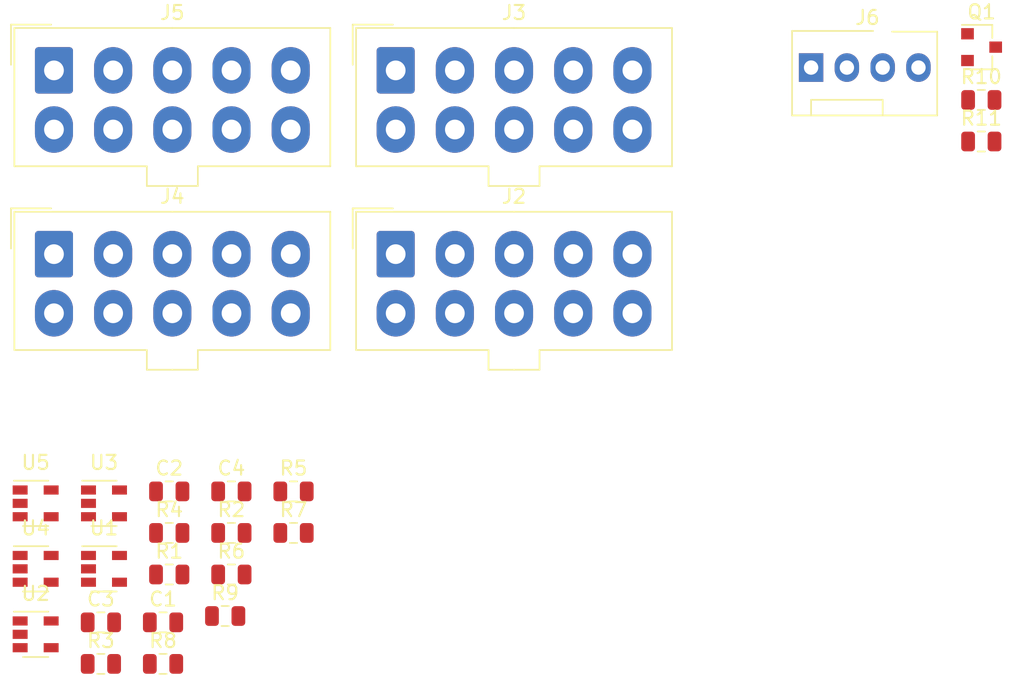
<source format=kicad_pcb>
(kicad_pcb (version 20171130) (host pcbnew "(5.1.5)-3")

  (general
    (thickness 1.6)
    (drawings 0)
    (tracks 0)
    (zones 0)
    (modules 26)
    (nets 23)
  )

  (page A4)
  (layers
    (0 F.Cu signal)
    (31 B.Cu signal)
    (32 B.Adhes user)
    (33 F.Adhes user)
    (34 B.Paste user)
    (35 F.Paste user)
    (36 B.SilkS user)
    (37 F.SilkS user)
    (38 B.Mask user)
    (39 F.Mask user)
    (40 Dwgs.User user)
    (41 Cmts.User user)
    (42 Eco1.User user)
    (43 Eco2.User user)
    (44 Edge.Cuts user)
    (45 Margin user)
    (46 B.CrtYd user)
    (47 F.CrtYd user)
    (48 B.Fab user)
    (49 F.Fab user)
  )

  (setup
    (last_trace_width 0.25)
    (trace_clearance 0.2)
    (zone_clearance 0.508)
    (zone_45_only no)
    (trace_min 0.2)
    (via_size 0.8)
    (via_drill 0.4)
    (via_min_size 0.4)
    (via_min_drill 0.3)
    (uvia_size 0.3)
    (uvia_drill 0.1)
    (uvias_allowed no)
    (uvia_min_size 0.2)
    (uvia_min_drill 0.1)
    (edge_width 0.05)
    (segment_width 0.2)
    (pcb_text_width 0.3)
    (pcb_text_size 1.5 1.5)
    (mod_edge_width 0.12)
    (mod_text_size 1 1)
    (mod_text_width 0.15)
    (pad_size 1.524 1.524)
    (pad_drill 0.762)
    (pad_to_mask_clearance 0.051)
    (solder_mask_min_width 0.25)
    (aux_axis_origin 0 0)
    (visible_elements FFFFFF7F)
    (pcbplotparams
      (layerselection 0x010fc_ffffffff)
      (usegerberextensions false)
      (usegerberattributes false)
      (usegerberadvancedattributes false)
      (creategerberjobfile false)
      (excludeedgelayer true)
      (linewidth 0.100000)
      (plotframeref false)
      (viasonmask false)
      (mode 1)
      (useauxorigin false)
      (hpglpennumber 1)
      (hpglpenspeed 20)
      (hpglpendiameter 15.000000)
      (psnegative false)
      (psa4output false)
      (plotreference true)
      (plotvalue true)
      (plotinvisibletext false)
      (padsonsilk false)
      (subtractmaskfromsilk false)
      (outputformat 1)
      (mirror false)
      (drillshape 1)
      (scaleselection 1)
      (outputdirectory ""))
  )

  (net 0 "")
  (net 1 GND)
  (net 2 +3V3)
  (net 3 +12V_BUS)
  (net 4 +5V_BUS)
  (net 5 "Net-(J6-Pad4)")
  (net 6 "/Fan Control/FanSpeed01")
  (net 7 "Net-(Q1-Pad1)")
  (net 8 "Net-(R1-Pad2)")
  (net 9 +5V_IN)
  (net 10 "Net-(R3-Pad2)")
  (net 11 +12V_IN)
  (net 12 "Net-(R5-Pad2)")
  (net 13 "Net-(R5-Pad1)")
  (net 14 "Net-(R6-Pad2)")
  (net 15 "Net-(R8-Pad2)")
  (net 16 "Net-(U1-Pad4)")
  (net 17 "Net-(U1-Pad3)")
  (net 18 "Net-(U1-Pad1)")
  (net 19 /ADC/+5V_IN_ADC_OUT)
  (net 20 /ADC/+12V_IN_ADC_OUT)
  (net 21 /ADC/+5V_BUS_ADC_OUT)
  (net 22 /ADC/+12V_BUS_ADC_OUT)

  (net_class Default "This is the default net class."
    (clearance 0.2)
    (trace_width 0.25)
    (via_dia 0.8)
    (via_drill 0.4)
    (uvia_dia 0.3)
    (uvia_drill 0.1)
    (add_net +12V_BUS)
    (add_net +12V_IN)
    (add_net +3V3)
    (add_net +5V_BUS)
    (add_net +5V_IN)
    (add_net /ADC/+12V_BUS_ADC_OUT)
    (add_net /ADC/+12V_IN_ADC_OUT)
    (add_net /ADC/+5V_BUS_ADC_OUT)
    (add_net /ADC/+5V_IN_ADC_OUT)
    (add_net "/Fan Control/FanSpeed01")
    (add_net GND)
    (add_net "Net-(J6-Pad4)")
    (add_net "Net-(Q1-Pad1)")
    (add_net "Net-(R1-Pad2)")
    (add_net "Net-(R3-Pad2)")
    (add_net "Net-(R5-Pad1)")
    (add_net "Net-(R5-Pad2)")
    (add_net "Net-(R6-Pad2)")
    (add_net "Net-(R8-Pad2)")
    (add_net "Net-(U1-Pad1)")
    (add_net "Net-(U1-Pad3)")
    (add_net "Net-(U1-Pad4)")
  )

  (module Package_TO_SOT_SMD:SOT-23-5 (layer F.Cu) (tedit 5A02FF57) (tstamp 5E31AD0D)
    (at 65.89 75.37)
    (descr "5-pin SOT23 package")
    (tags SOT-23-5)
    (path /5E300FCE/5E324554)
    (attr smd)
    (fp_text reference U5 (at 0 -2.9) (layer F.SilkS)
      (effects (font (size 1 1) (thickness 0.15)))
    )
    (fp_text value LM321 (at 0 2.9) (layer F.Fab)
      (effects (font (size 1 1) (thickness 0.15)))
    )
    (fp_line (start 0.9 -1.55) (end 0.9 1.55) (layer F.Fab) (width 0.1))
    (fp_line (start 0.9 1.55) (end -0.9 1.55) (layer F.Fab) (width 0.1))
    (fp_line (start -0.9 -0.9) (end -0.9 1.55) (layer F.Fab) (width 0.1))
    (fp_line (start 0.9 -1.55) (end -0.25 -1.55) (layer F.Fab) (width 0.1))
    (fp_line (start -0.9 -0.9) (end -0.25 -1.55) (layer F.Fab) (width 0.1))
    (fp_line (start -1.9 1.8) (end -1.9 -1.8) (layer F.CrtYd) (width 0.05))
    (fp_line (start 1.9 1.8) (end -1.9 1.8) (layer F.CrtYd) (width 0.05))
    (fp_line (start 1.9 -1.8) (end 1.9 1.8) (layer F.CrtYd) (width 0.05))
    (fp_line (start -1.9 -1.8) (end 1.9 -1.8) (layer F.CrtYd) (width 0.05))
    (fp_line (start 0.9 -1.61) (end -1.55 -1.61) (layer F.SilkS) (width 0.12))
    (fp_line (start -0.9 1.61) (end 0.9 1.61) (layer F.SilkS) (width 0.12))
    (fp_text user %R (at 0 0 90) (layer F.Fab)
      (effects (font (size 0.5 0.5) (thickness 0.075)))
    )
    (pad 5 smd rect (at 1.1 -0.95) (size 1.06 0.65) (layers F.Cu F.Paste F.Mask)
      (net 2 +3V3))
    (pad 4 smd rect (at 1.1 0.95) (size 1.06 0.65) (layers F.Cu F.Paste F.Mask)
      (net 22 /ADC/+12V_BUS_ADC_OUT))
    (pad 3 smd rect (at -1.1 0.95) (size 1.06 0.65) (layers F.Cu F.Paste F.Mask)
      (net 22 /ADC/+12V_BUS_ADC_OUT))
    (pad 2 smd rect (at -1.1 0) (size 1.06 0.65) (layers F.Cu F.Paste F.Mask)
      (net 1 GND))
    (pad 1 smd rect (at -1.1 -0.95) (size 1.06 0.65) (layers F.Cu F.Paste F.Mask)
      (net 15 "Net-(R8-Pad2)"))
    (model ${KISYS3DMOD}/Package_TO_SOT_SMD.3dshapes/SOT-23-5.wrl
      (at (xyz 0 0 0))
      (scale (xyz 1 1 1))
      (rotate (xyz 0 0 0))
    )
  )

  (module Package_TO_SOT_SMD:SOT-23-5 (layer F.Cu) (tedit 5A02FF57) (tstamp 5E31ACF8)
    (at 65.89 80.02)
    (descr "5-pin SOT23 package")
    (tags SOT-23-5)
    (path /5E300FCE/5E325AAB)
    (attr smd)
    (fp_text reference U4 (at 0 -2.9) (layer F.SilkS)
      (effects (font (size 1 1) (thickness 0.15)))
    )
    (fp_text value LM321 (at 0 2.9) (layer F.Fab)
      (effects (font (size 1 1) (thickness 0.15)))
    )
    (fp_line (start 0.9 -1.55) (end 0.9 1.55) (layer F.Fab) (width 0.1))
    (fp_line (start 0.9 1.55) (end -0.9 1.55) (layer F.Fab) (width 0.1))
    (fp_line (start -0.9 -0.9) (end -0.9 1.55) (layer F.Fab) (width 0.1))
    (fp_line (start 0.9 -1.55) (end -0.25 -1.55) (layer F.Fab) (width 0.1))
    (fp_line (start -0.9 -0.9) (end -0.25 -1.55) (layer F.Fab) (width 0.1))
    (fp_line (start -1.9 1.8) (end -1.9 -1.8) (layer F.CrtYd) (width 0.05))
    (fp_line (start 1.9 1.8) (end -1.9 1.8) (layer F.CrtYd) (width 0.05))
    (fp_line (start 1.9 -1.8) (end 1.9 1.8) (layer F.CrtYd) (width 0.05))
    (fp_line (start -1.9 -1.8) (end 1.9 -1.8) (layer F.CrtYd) (width 0.05))
    (fp_line (start 0.9 -1.61) (end -1.55 -1.61) (layer F.SilkS) (width 0.12))
    (fp_line (start -0.9 1.61) (end 0.9 1.61) (layer F.SilkS) (width 0.12))
    (fp_text user %R (at 0 0 90) (layer F.Fab)
      (effects (font (size 0.5 0.5) (thickness 0.075)))
    )
    (pad 5 smd rect (at 1.1 -0.95) (size 1.06 0.65) (layers F.Cu F.Paste F.Mask)
      (net 2 +3V3))
    (pad 4 smd rect (at 1.1 0.95) (size 1.06 0.65) (layers F.Cu F.Paste F.Mask)
      (net 21 /ADC/+5V_BUS_ADC_OUT))
    (pad 3 smd rect (at -1.1 0.95) (size 1.06 0.65) (layers F.Cu F.Paste F.Mask)
      (net 21 /ADC/+5V_BUS_ADC_OUT))
    (pad 2 smd rect (at -1.1 0) (size 1.06 0.65) (layers F.Cu F.Paste F.Mask)
      (net 1 GND))
    (pad 1 smd rect (at -1.1 -0.95) (size 1.06 0.65) (layers F.Cu F.Paste F.Mask)
      (net 14 "Net-(R6-Pad2)"))
    (model ${KISYS3DMOD}/Package_TO_SOT_SMD.3dshapes/SOT-23-5.wrl
      (at (xyz 0 0 0))
      (scale (xyz 1 1 1))
      (rotate (xyz 0 0 0))
    )
  )

  (module Package_TO_SOT_SMD:SOT-23-5 (layer F.Cu) (tedit 5A02FF57) (tstamp 5E31ACE3)
    (at 70.74 75.37)
    (descr "5-pin SOT23 package")
    (tags SOT-23-5)
    (path /5E300FCE/5E30108E)
    (attr smd)
    (fp_text reference U3 (at 0 -2.9) (layer F.SilkS)
      (effects (font (size 1 1) (thickness 0.15)))
    )
    (fp_text value LM321 (at 0 2.9) (layer F.Fab)
      (effects (font (size 1 1) (thickness 0.15)))
    )
    (fp_line (start 0.9 -1.55) (end 0.9 1.55) (layer F.Fab) (width 0.1))
    (fp_line (start 0.9 1.55) (end -0.9 1.55) (layer F.Fab) (width 0.1))
    (fp_line (start -0.9 -0.9) (end -0.9 1.55) (layer F.Fab) (width 0.1))
    (fp_line (start 0.9 -1.55) (end -0.25 -1.55) (layer F.Fab) (width 0.1))
    (fp_line (start -0.9 -0.9) (end -0.25 -1.55) (layer F.Fab) (width 0.1))
    (fp_line (start -1.9 1.8) (end -1.9 -1.8) (layer F.CrtYd) (width 0.05))
    (fp_line (start 1.9 1.8) (end -1.9 1.8) (layer F.CrtYd) (width 0.05))
    (fp_line (start 1.9 -1.8) (end 1.9 1.8) (layer F.CrtYd) (width 0.05))
    (fp_line (start -1.9 -1.8) (end 1.9 -1.8) (layer F.CrtYd) (width 0.05))
    (fp_line (start 0.9 -1.61) (end -1.55 -1.61) (layer F.SilkS) (width 0.12))
    (fp_line (start -0.9 1.61) (end 0.9 1.61) (layer F.SilkS) (width 0.12))
    (fp_text user %R (at 0 0 90) (layer F.Fab)
      (effects (font (size 0.5 0.5) (thickness 0.075)))
    )
    (pad 5 smd rect (at 1.1 -0.95) (size 1.06 0.65) (layers F.Cu F.Paste F.Mask)
      (net 2 +3V3))
    (pad 4 smd rect (at 1.1 0.95) (size 1.06 0.65) (layers F.Cu F.Paste F.Mask)
      (net 20 /ADC/+12V_IN_ADC_OUT))
    (pad 3 smd rect (at -1.1 0.95) (size 1.06 0.65) (layers F.Cu F.Paste F.Mask)
      (net 20 /ADC/+12V_IN_ADC_OUT))
    (pad 2 smd rect (at -1.1 0) (size 1.06 0.65) (layers F.Cu F.Paste F.Mask)
      (net 1 GND))
    (pad 1 smd rect (at -1.1 -0.95) (size 1.06 0.65) (layers F.Cu F.Paste F.Mask)
      (net 10 "Net-(R3-Pad2)"))
    (model ${KISYS3DMOD}/Package_TO_SOT_SMD.3dshapes/SOT-23-5.wrl
      (at (xyz 0 0 0))
      (scale (xyz 1 1 1))
      (rotate (xyz 0 0 0))
    )
  )

  (module Package_TO_SOT_SMD:SOT-23-5 (layer F.Cu) (tedit 5A02FF57) (tstamp 5E31ACCE)
    (at 65.89 84.67)
    (descr "5-pin SOT23 package")
    (tags SOT-23-5)
    (path /5E300FCE/5E3228D2)
    (attr smd)
    (fp_text reference U2 (at 0 -2.9) (layer F.SilkS)
      (effects (font (size 1 1) (thickness 0.15)))
    )
    (fp_text value LM321 (at 0 2.9) (layer F.Fab)
      (effects (font (size 1 1) (thickness 0.15)))
    )
    (fp_line (start 0.9 -1.55) (end 0.9 1.55) (layer F.Fab) (width 0.1))
    (fp_line (start 0.9 1.55) (end -0.9 1.55) (layer F.Fab) (width 0.1))
    (fp_line (start -0.9 -0.9) (end -0.9 1.55) (layer F.Fab) (width 0.1))
    (fp_line (start 0.9 -1.55) (end -0.25 -1.55) (layer F.Fab) (width 0.1))
    (fp_line (start -0.9 -0.9) (end -0.25 -1.55) (layer F.Fab) (width 0.1))
    (fp_line (start -1.9 1.8) (end -1.9 -1.8) (layer F.CrtYd) (width 0.05))
    (fp_line (start 1.9 1.8) (end -1.9 1.8) (layer F.CrtYd) (width 0.05))
    (fp_line (start 1.9 -1.8) (end 1.9 1.8) (layer F.CrtYd) (width 0.05))
    (fp_line (start -1.9 -1.8) (end 1.9 -1.8) (layer F.CrtYd) (width 0.05))
    (fp_line (start 0.9 -1.61) (end -1.55 -1.61) (layer F.SilkS) (width 0.12))
    (fp_line (start -0.9 1.61) (end 0.9 1.61) (layer F.SilkS) (width 0.12))
    (fp_text user %R (at 0 0 90) (layer F.Fab)
      (effects (font (size 0.5 0.5) (thickness 0.075)))
    )
    (pad 5 smd rect (at 1.1 -0.95) (size 1.06 0.65) (layers F.Cu F.Paste F.Mask)
      (net 2 +3V3))
    (pad 4 smd rect (at 1.1 0.95) (size 1.06 0.65) (layers F.Cu F.Paste F.Mask)
      (net 19 /ADC/+5V_IN_ADC_OUT))
    (pad 3 smd rect (at -1.1 0.95) (size 1.06 0.65) (layers F.Cu F.Paste F.Mask)
      (net 19 /ADC/+5V_IN_ADC_OUT))
    (pad 2 smd rect (at -1.1 0) (size 1.06 0.65) (layers F.Cu F.Paste F.Mask)
      (net 1 GND))
    (pad 1 smd rect (at -1.1 -0.95) (size 1.06 0.65) (layers F.Cu F.Paste F.Mask)
      (net 8 "Net-(R1-Pad2)"))
    (model ${KISYS3DMOD}/Package_TO_SOT_SMD.3dshapes/SOT-23-5.wrl
      (at (xyz 0 0 0))
      (scale (xyz 1 1 1))
      (rotate (xyz 0 0 0))
    )
  )

  (module Package_TO_SOT_SMD:SOT-23-5 (layer F.Cu) (tedit 5A02FF57) (tstamp 5E31ACB9)
    (at 70.74 80.02)
    (descr "5-pin SOT23 package")
    (tags SOT-23-5)
    (path /5E300FCE/5E304BAC)
    (attr smd)
    (fp_text reference U1 (at 0 -2.9) (layer F.SilkS)
      (effects (font (size 1 1) (thickness 0.15)))
    )
    (fp_text value LM321 (at 0 2.9) (layer F.Fab)
      (effects (font (size 1 1) (thickness 0.15)))
    )
    (fp_line (start 0.9 -1.55) (end 0.9 1.55) (layer F.Fab) (width 0.1))
    (fp_line (start 0.9 1.55) (end -0.9 1.55) (layer F.Fab) (width 0.1))
    (fp_line (start -0.9 -0.9) (end -0.9 1.55) (layer F.Fab) (width 0.1))
    (fp_line (start 0.9 -1.55) (end -0.25 -1.55) (layer F.Fab) (width 0.1))
    (fp_line (start -0.9 -0.9) (end -0.25 -1.55) (layer F.Fab) (width 0.1))
    (fp_line (start -1.9 1.8) (end -1.9 -1.8) (layer F.CrtYd) (width 0.05))
    (fp_line (start 1.9 1.8) (end -1.9 1.8) (layer F.CrtYd) (width 0.05))
    (fp_line (start 1.9 -1.8) (end 1.9 1.8) (layer F.CrtYd) (width 0.05))
    (fp_line (start -1.9 -1.8) (end 1.9 -1.8) (layer F.CrtYd) (width 0.05))
    (fp_line (start 0.9 -1.61) (end -1.55 -1.61) (layer F.SilkS) (width 0.12))
    (fp_line (start -0.9 1.61) (end 0.9 1.61) (layer F.SilkS) (width 0.12))
    (fp_text user %R (at 0 0 90) (layer F.Fab)
      (effects (font (size 0.5 0.5) (thickness 0.075)))
    )
    (pad 5 smd rect (at 1.1 -0.95) (size 1.06 0.65) (layers F.Cu F.Paste F.Mask)
      (net 2 +3V3))
    (pad 4 smd rect (at 1.1 0.95) (size 1.06 0.65) (layers F.Cu F.Paste F.Mask)
      (net 16 "Net-(U1-Pad4)"))
    (pad 3 smd rect (at -1.1 0.95) (size 1.06 0.65) (layers F.Cu F.Paste F.Mask)
      (net 17 "Net-(U1-Pad3)"))
    (pad 2 smd rect (at -1.1 0) (size 1.06 0.65) (layers F.Cu F.Paste F.Mask)
      (net 1 GND))
    (pad 1 smd rect (at -1.1 -0.95) (size 1.06 0.65) (layers F.Cu F.Paste F.Mask)
      (net 18 "Net-(U1-Pad1)"))
    (model ${KISYS3DMOD}/Package_TO_SOT_SMD.3dshapes/SOT-23-5.wrl
      (at (xyz 0 0 0))
      (scale (xyz 1 1 1))
      (rotate (xyz 0 0 0))
    )
  )

  (module Resistor_SMD:R_0805_2012Metric (layer F.Cu) (tedit 5B36C52B) (tstamp 5E31ACA4)
    (at 133 49.67)
    (descr "Resistor SMD 0805 (2012 Metric), square (rectangular) end terminal, IPC_7351 nominal, (Body size source: https://docs.google.com/spreadsheets/d/1BsfQQcO9C6DZCsRaXUlFlo91Tg2WpOkGARC1WS5S8t0/edit?usp=sharing), generated with kicad-footprint-generator")
    (tags resistor)
    (path /5E350920/5E36B1E1)
    (attr smd)
    (fp_text reference R11 (at 0 -1.65) (layer F.SilkS)
      (effects (font (size 1 1) (thickness 0.15)))
    )
    (fp_text value 10K (at 0 1.65) (layer F.Fab)
      (effects (font (size 1 1) (thickness 0.15)))
    )
    (fp_text user %R (at 0 0) (layer F.Fab)
      (effects (font (size 0.5 0.5) (thickness 0.08)))
    )
    (fp_line (start 1.68 0.95) (end -1.68 0.95) (layer F.CrtYd) (width 0.05))
    (fp_line (start 1.68 -0.95) (end 1.68 0.95) (layer F.CrtYd) (width 0.05))
    (fp_line (start -1.68 -0.95) (end 1.68 -0.95) (layer F.CrtYd) (width 0.05))
    (fp_line (start -1.68 0.95) (end -1.68 -0.95) (layer F.CrtYd) (width 0.05))
    (fp_line (start -0.258578 0.71) (end 0.258578 0.71) (layer F.SilkS) (width 0.12))
    (fp_line (start -0.258578 -0.71) (end 0.258578 -0.71) (layer F.SilkS) (width 0.12))
    (fp_line (start 1 0.6) (end -1 0.6) (layer F.Fab) (width 0.1))
    (fp_line (start 1 -0.6) (end 1 0.6) (layer F.Fab) (width 0.1))
    (fp_line (start -1 -0.6) (end 1 -0.6) (layer F.Fab) (width 0.1))
    (fp_line (start -1 0.6) (end -1 -0.6) (layer F.Fab) (width 0.1))
    (pad 2 smd roundrect (at 0.9375 0) (size 0.975 1.4) (layers F.Cu F.Paste F.Mask) (roundrect_rratio 0.25)
      (net 1 GND))
    (pad 1 smd roundrect (at -0.9375 0) (size 0.975 1.4) (layers F.Cu F.Paste F.Mask) (roundrect_rratio 0.25)
      (net 7 "Net-(Q1-Pad1)"))
    (model ${KISYS3DMOD}/Resistor_SMD.3dshapes/R_0805_2012Metric.wrl
      (at (xyz 0 0 0))
      (scale (xyz 1 1 1))
      (rotate (xyz 0 0 0))
    )
  )

  (module Resistor_SMD:R_0805_2012Metric (layer F.Cu) (tedit 5B36C52B) (tstamp 5E31AC93)
    (at 133 46.72)
    (descr "Resistor SMD 0805 (2012 Metric), square (rectangular) end terminal, IPC_7351 nominal, (Body size source: https://docs.google.com/spreadsheets/d/1BsfQQcO9C6DZCsRaXUlFlo91Tg2WpOkGARC1WS5S8t0/edit?usp=sharing), generated with kicad-footprint-generator")
    (tags resistor)
    (path /5E350920/5E37268F)
    (attr smd)
    (fp_text reference R10 (at 0 -1.65) (layer F.SilkS)
      (effects (font (size 1 1) (thickness 0.15)))
    )
    (fp_text value 4.7K (at 0 1.65) (layer F.Fab)
      (effects (font (size 1 1) (thickness 0.15)))
    )
    (fp_text user %R (at 0 0) (layer F.Fab)
      (effects (font (size 0.5 0.5) (thickness 0.08)))
    )
    (fp_line (start 1.68 0.95) (end -1.68 0.95) (layer F.CrtYd) (width 0.05))
    (fp_line (start 1.68 -0.95) (end 1.68 0.95) (layer F.CrtYd) (width 0.05))
    (fp_line (start -1.68 -0.95) (end 1.68 -0.95) (layer F.CrtYd) (width 0.05))
    (fp_line (start -1.68 0.95) (end -1.68 -0.95) (layer F.CrtYd) (width 0.05))
    (fp_line (start -0.258578 0.71) (end 0.258578 0.71) (layer F.SilkS) (width 0.12))
    (fp_line (start -0.258578 -0.71) (end 0.258578 -0.71) (layer F.SilkS) (width 0.12))
    (fp_line (start 1 0.6) (end -1 0.6) (layer F.Fab) (width 0.1))
    (fp_line (start 1 -0.6) (end 1 0.6) (layer F.Fab) (width 0.1))
    (fp_line (start -1 -0.6) (end 1 -0.6) (layer F.Fab) (width 0.1))
    (fp_line (start -1 0.6) (end -1 -0.6) (layer F.Fab) (width 0.1))
    (pad 2 smd roundrect (at 0.9375 0) (size 0.975 1.4) (layers F.Cu F.Paste F.Mask) (roundrect_rratio 0.25)
      (net 5 "Net-(J6-Pad4)"))
    (pad 1 smd roundrect (at -0.9375 0) (size 0.975 1.4) (layers F.Cu F.Paste F.Mask) (roundrect_rratio 0.25)
      (net 4 +5V_BUS))
    (model ${KISYS3DMOD}/Resistor_SMD.3dshapes/R_0805_2012Metric.wrl
      (at (xyz 0 0 0))
      (scale (xyz 1 1 1))
      (rotate (xyz 0 0 0))
    )
  )

  (module Resistor_SMD:R_0805_2012Metric (layer F.Cu) (tedit 5B36C52B) (tstamp 5E31AC82)
    (at 79.34 83.37)
    (descr "Resistor SMD 0805 (2012 Metric), square (rectangular) end terminal, IPC_7351 nominal, (Body size source: https://docs.google.com/spreadsheets/d/1BsfQQcO9C6DZCsRaXUlFlo91Tg2WpOkGARC1WS5S8t0/edit?usp=sharing), generated with kicad-footprint-generator")
    (tags resistor)
    (path /5E300FCE/5E32456C)
    (attr smd)
    (fp_text reference R9 (at 0 -1.65) (layer F.SilkS)
      (effects (font (size 1 1) (thickness 0.15)))
    )
    (fp_text value 3.3K (at 0 1.65) (layer F.Fab)
      (effects (font (size 1 1) (thickness 0.15)))
    )
    (fp_text user %R (at 0 0) (layer F.Fab)
      (effects (font (size 0.5 0.5) (thickness 0.08)))
    )
    (fp_line (start 1.68 0.95) (end -1.68 0.95) (layer F.CrtYd) (width 0.05))
    (fp_line (start 1.68 -0.95) (end 1.68 0.95) (layer F.CrtYd) (width 0.05))
    (fp_line (start -1.68 -0.95) (end 1.68 -0.95) (layer F.CrtYd) (width 0.05))
    (fp_line (start -1.68 0.95) (end -1.68 -0.95) (layer F.CrtYd) (width 0.05))
    (fp_line (start -0.258578 0.71) (end 0.258578 0.71) (layer F.SilkS) (width 0.12))
    (fp_line (start -0.258578 -0.71) (end 0.258578 -0.71) (layer F.SilkS) (width 0.12))
    (fp_line (start 1 0.6) (end -1 0.6) (layer F.Fab) (width 0.1))
    (fp_line (start 1 -0.6) (end 1 0.6) (layer F.Fab) (width 0.1))
    (fp_line (start -1 -0.6) (end 1 -0.6) (layer F.Fab) (width 0.1))
    (fp_line (start -1 0.6) (end -1 -0.6) (layer F.Fab) (width 0.1))
    (pad 2 smd roundrect (at 0.9375 0) (size 0.975 1.4) (layers F.Cu F.Paste F.Mask) (roundrect_rratio 0.25)
      (net 1 GND))
    (pad 1 smd roundrect (at -0.9375 0) (size 0.975 1.4) (layers F.Cu F.Paste F.Mask) (roundrect_rratio 0.25)
      (net 15 "Net-(R8-Pad2)"))
    (model ${KISYS3DMOD}/Resistor_SMD.3dshapes/R_0805_2012Metric.wrl
      (at (xyz 0 0 0))
      (scale (xyz 1 1 1))
      (rotate (xyz 0 0 0))
    )
  )

  (module Resistor_SMD:R_0805_2012Metric (layer F.Cu) (tedit 5B36C52B) (tstamp 5E31AC71)
    (at 74.93 86.77)
    (descr "Resistor SMD 0805 (2012 Metric), square (rectangular) end terminal, IPC_7351 nominal, (Body size source: https://docs.google.com/spreadsheets/d/1BsfQQcO9C6DZCsRaXUlFlo91Tg2WpOkGARC1WS5S8t0/edit?usp=sharing), generated with kicad-footprint-generator")
    (tags resistor)
    (path /5E300FCE/5E324566)
    (attr smd)
    (fp_text reference R8 (at 0 -1.65) (layer F.SilkS)
      (effects (font (size 1 1) (thickness 0.15)))
    )
    (fp_text value 10K (at 0 1.65) (layer F.Fab)
      (effects (font (size 1 1) (thickness 0.15)))
    )
    (fp_text user %R (at 0 0) (layer F.Fab)
      (effects (font (size 0.5 0.5) (thickness 0.08)))
    )
    (fp_line (start 1.68 0.95) (end -1.68 0.95) (layer F.CrtYd) (width 0.05))
    (fp_line (start 1.68 -0.95) (end 1.68 0.95) (layer F.CrtYd) (width 0.05))
    (fp_line (start -1.68 -0.95) (end 1.68 -0.95) (layer F.CrtYd) (width 0.05))
    (fp_line (start -1.68 0.95) (end -1.68 -0.95) (layer F.CrtYd) (width 0.05))
    (fp_line (start -0.258578 0.71) (end 0.258578 0.71) (layer F.SilkS) (width 0.12))
    (fp_line (start -0.258578 -0.71) (end 0.258578 -0.71) (layer F.SilkS) (width 0.12))
    (fp_line (start 1 0.6) (end -1 0.6) (layer F.Fab) (width 0.1))
    (fp_line (start 1 -0.6) (end 1 0.6) (layer F.Fab) (width 0.1))
    (fp_line (start -1 -0.6) (end 1 -0.6) (layer F.Fab) (width 0.1))
    (fp_line (start -1 0.6) (end -1 -0.6) (layer F.Fab) (width 0.1))
    (pad 2 smd roundrect (at 0.9375 0) (size 0.975 1.4) (layers F.Cu F.Paste F.Mask) (roundrect_rratio 0.25)
      (net 15 "Net-(R8-Pad2)"))
    (pad 1 smd roundrect (at -0.9375 0) (size 0.975 1.4) (layers F.Cu F.Paste F.Mask) (roundrect_rratio 0.25)
      (net 3 +12V_BUS))
    (model ${KISYS3DMOD}/Resistor_SMD.3dshapes/R_0805_2012Metric.wrl
      (at (xyz 0 0 0))
      (scale (xyz 1 1 1))
      (rotate (xyz 0 0 0))
    )
  )

  (module Resistor_SMD:R_0805_2012Metric (layer F.Cu) (tedit 5B36C52B) (tstamp 5E31AC60)
    (at 84.19 77.47)
    (descr "Resistor SMD 0805 (2012 Metric), square (rectangular) end terminal, IPC_7351 nominal, (Body size source: https://docs.google.com/spreadsheets/d/1BsfQQcO9C6DZCsRaXUlFlo91Tg2WpOkGARC1WS5S8t0/edit?usp=sharing), generated with kicad-footprint-generator")
    (tags resistor)
    (path /5E300FCE/5E325AC3)
    (attr smd)
    (fp_text reference R7 (at 0 -1.65) (layer F.SilkS)
      (effects (font (size 1 1) (thickness 0.15)))
    )
    (fp_text value 3.3K (at 0 1.65) (layer F.Fab)
      (effects (font (size 1 1) (thickness 0.15)))
    )
    (fp_text user %R (at 0 0) (layer F.Fab)
      (effects (font (size 0.5 0.5) (thickness 0.08)))
    )
    (fp_line (start 1.68 0.95) (end -1.68 0.95) (layer F.CrtYd) (width 0.05))
    (fp_line (start 1.68 -0.95) (end 1.68 0.95) (layer F.CrtYd) (width 0.05))
    (fp_line (start -1.68 -0.95) (end 1.68 -0.95) (layer F.CrtYd) (width 0.05))
    (fp_line (start -1.68 0.95) (end -1.68 -0.95) (layer F.CrtYd) (width 0.05))
    (fp_line (start -0.258578 0.71) (end 0.258578 0.71) (layer F.SilkS) (width 0.12))
    (fp_line (start -0.258578 -0.71) (end 0.258578 -0.71) (layer F.SilkS) (width 0.12))
    (fp_line (start 1 0.6) (end -1 0.6) (layer F.Fab) (width 0.1))
    (fp_line (start 1 -0.6) (end 1 0.6) (layer F.Fab) (width 0.1))
    (fp_line (start -1 -0.6) (end 1 -0.6) (layer F.Fab) (width 0.1))
    (fp_line (start -1 0.6) (end -1 -0.6) (layer F.Fab) (width 0.1))
    (pad 2 smd roundrect (at 0.9375 0) (size 0.975 1.4) (layers F.Cu F.Paste F.Mask) (roundrect_rratio 0.25)
      (net 1 GND))
    (pad 1 smd roundrect (at -0.9375 0) (size 0.975 1.4) (layers F.Cu F.Paste F.Mask) (roundrect_rratio 0.25)
      (net 14 "Net-(R6-Pad2)"))
    (model ${KISYS3DMOD}/Resistor_SMD.3dshapes/R_0805_2012Metric.wrl
      (at (xyz 0 0 0))
      (scale (xyz 1 1 1))
      (rotate (xyz 0 0 0))
    )
  )

  (module Resistor_SMD:R_0805_2012Metric (layer F.Cu) (tedit 5B36C52B) (tstamp 5E31AC4F)
    (at 79.78 80.42)
    (descr "Resistor SMD 0805 (2012 Metric), square (rectangular) end terminal, IPC_7351 nominal, (Body size source: https://docs.google.com/spreadsheets/d/1BsfQQcO9C6DZCsRaXUlFlo91Tg2WpOkGARC1WS5S8t0/edit?usp=sharing), generated with kicad-footprint-generator")
    (tags resistor)
    (path /5E300FCE/5E325ABD)
    (attr smd)
    (fp_text reference R6 (at 0 -1.65) (layer F.SilkS)
      (effects (font (size 1 1) (thickness 0.15)))
    )
    (fp_text value 10K (at 0 1.65) (layer F.Fab)
      (effects (font (size 1 1) (thickness 0.15)))
    )
    (fp_text user %R (at 0 0) (layer F.Fab)
      (effects (font (size 0.5 0.5) (thickness 0.08)))
    )
    (fp_line (start 1.68 0.95) (end -1.68 0.95) (layer F.CrtYd) (width 0.05))
    (fp_line (start 1.68 -0.95) (end 1.68 0.95) (layer F.CrtYd) (width 0.05))
    (fp_line (start -1.68 -0.95) (end 1.68 -0.95) (layer F.CrtYd) (width 0.05))
    (fp_line (start -1.68 0.95) (end -1.68 -0.95) (layer F.CrtYd) (width 0.05))
    (fp_line (start -0.258578 0.71) (end 0.258578 0.71) (layer F.SilkS) (width 0.12))
    (fp_line (start -0.258578 -0.71) (end 0.258578 -0.71) (layer F.SilkS) (width 0.12))
    (fp_line (start 1 0.6) (end -1 0.6) (layer F.Fab) (width 0.1))
    (fp_line (start 1 -0.6) (end 1 0.6) (layer F.Fab) (width 0.1))
    (fp_line (start -1 -0.6) (end 1 -0.6) (layer F.Fab) (width 0.1))
    (fp_line (start -1 0.6) (end -1 -0.6) (layer F.Fab) (width 0.1))
    (pad 2 smd roundrect (at 0.9375 0) (size 0.975 1.4) (layers F.Cu F.Paste F.Mask) (roundrect_rratio 0.25)
      (net 14 "Net-(R6-Pad2)"))
    (pad 1 smd roundrect (at -0.9375 0) (size 0.975 1.4) (layers F.Cu F.Paste F.Mask) (roundrect_rratio 0.25)
      (net 4 +5V_BUS))
    (model ${KISYS3DMOD}/Resistor_SMD.3dshapes/R_0805_2012Metric.wrl
      (at (xyz 0 0 0))
      (scale (xyz 1 1 1))
      (rotate (xyz 0 0 0))
    )
  )

  (module Resistor_SMD:R_0805_2012Metric (layer F.Cu) (tedit 5B36C52B) (tstamp 5E31AC3E)
    (at 84.19 74.52)
    (descr "Resistor SMD 0805 (2012 Metric), square (rectangular) end terminal, IPC_7351 nominal, (Body size source: https://docs.google.com/spreadsheets/d/1BsfQQcO9C6DZCsRaXUlFlo91Tg2WpOkGARC1WS5S8t0/edit?usp=sharing), generated with kicad-footprint-generator")
    (tags resistor)
    (path /5E300FCE/5E3754F8)
    (attr smd)
    (fp_text reference R5 (at 0 -1.65) (layer F.SilkS)
      (effects (font (size 1 1) (thickness 0.15)))
    )
    (fp_text value 4.7K (at 0 1.65) (layer F.Fab)
      (effects (font (size 1 1) (thickness 0.15)))
    )
    (fp_text user %R (at 0 0) (layer F.Fab)
      (effects (font (size 0.5 0.5) (thickness 0.08)))
    )
    (fp_line (start 1.68 0.95) (end -1.68 0.95) (layer F.CrtYd) (width 0.05))
    (fp_line (start 1.68 -0.95) (end 1.68 0.95) (layer F.CrtYd) (width 0.05))
    (fp_line (start -1.68 -0.95) (end 1.68 -0.95) (layer F.CrtYd) (width 0.05))
    (fp_line (start -1.68 0.95) (end -1.68 -0.95) (layer F.CrtYd) (width 0.05))
    (fp_line (start -0.258578 0.71) (end 0.258578 0.71) (layer F.SilkS) (width 0.12))
    (fp_line (start -0.258578 -0.71) (end 0.258578 -0.71) (layer F.SilkS) (width 0.12))
    (fp_line (start 1 0.6) (end -1 0.6) (layer F.Fab) (width 0.1))
    (fp_line (start 1 -0.6) (end 1 0.6) (layer F.Fab) (width 0.1))
    (fp_line (start -1 -0.6) (end 1 -0.6) (layer F.Fab) (width 0.1))
    (fp_line (start -1 0.6) (end -1 -0.6) (layer F.Fab) (width 0.1))
    (pad 2 smd roundrect (at 0.9375 0) (size 0.975 1.4) (layers F.Cu F.Paste F.Mask) (roundrect_rratio 0.25)
      (net 12 "Net-(R5-Pad2)"))
    (pad 1 smd roundrect (at -0.9375 0) (size 0.975 1.4) (layers F.Cu F.Paste F.Mask) (roundrect_rratio 0.25)
      (net 13 "Net-(R5-Pad1)"))
    (model ${KISYS3DMOD}/Resistor_SMD.3dshapes/R_0805_2012Metric.wrl
      (at (xyz 0 0 0))
      (scale (xyz 1 1 1))
      (rotate (xyz 0 0 0))
    )
  )

  (module Resistor_SMD:R_0805_2012Metric (layer F.Cu) (tedit 5B36C52B) (tstamp 5E31AC2D)
    (at 75.37 77.47)
    (descr "Resistor SMD 0805 (2012 Metric), square (rectangular) end terminal, IPC_7351 nominal, (Body size source: https://docs.google.com/spreadsheets/d/1BsfQQcO9C6DZCsRaXUlFlo91Tg2WpOkGARC1WS5S8t0/edit?usp=sharing), generated with kicad-footprint-generator")
    (tags resistor)
    (path /5E300FCE/5E310AA0)
    (attr smd)
    (fp_text reference R4 (at 0 -1.65) (layer F.SilkS)
      (effects (font (size 1 1) (thickness 0.15)))
    )
    (fp_text value 3.3K (at 0 1.65) (layer F.Fab)
      (effects (font (size 1 1) (thickness 0.15)))
    )
    (fp_text user %R (at 0 0) (layer F.Fab)
      (effects (font (size 0.5 0.5) (thickness 0.08)))
    )
    (fp_line (start 1.68 0.95) (end -1.68 0.95) (layer F.CrtYd) (width 0.05))
    (fp_line (start 1.68 -0.95) (end 1.68 0.95) (layer F.CrtYd) (width 0.05))
    (fp_line (start -1.68 -0.95) (end 1.68 -0.95) (layer F.CrtYd) (width 0.05))
    (fp_line (start -1.68 0.95) (end -1.68 -0.95) (layer F.CrtYd) (width 0.05))
    (fp_line (start -0.258578 0.71) (end 0.258578 0.71) (layer F.SilkS) (width 0.12))
    (fp_line (start -0.258578 -0.71) (end 0.258578 -0.71) (layer F.SilkS) (width 0.12))
    (fp_line (start 1 0.6) (end -1 0.6) (layer F.Fab) (width 0.1))
    (fp_line (start 1 -0.6) (end 1 0.6) (layer F.Fab) (width 0.1))
    (fp_line (start -1 -0.6) (end 1 -0.6) (layer F.Fab) (width 0.1))
    (fp_line (start -1 0.6) (end -1 -0.6) (layer F.Fab) (width 0.1))
    (pad 2 smd roundrect (at 0.9375 0) (size 0.975 1.4) (layers F.Cu F.Paste F.Mask) (roundrect_rratio 0.25)
      (net 1 GND))
    (pad 1 smd roundrect (at -0.9375 0) (size 0.975 1.4) (layers F.Cu F.Paste F.Mask) (roundrect_rratio 0.25)
      (net 10 "Net-(R3-Pad2)"))
    (model ${KISYS3DMOD}/Resistor_SMD.3dshapes/R_0805_2012Metric.wrl
      (at (xyz 0 0 0))
      (scale (xyz 1 1 1))
      (rotate (xyz 0 0 0))
    )
  )

  (module Resistor_SMD:R_0805_2012Metric (layer F.Cu) (tedit 5B36C52B) (tstamp 5E31AC1C)
    (at 70.52 86.77)
    (descr "Resistor SMD 0805 (2012 Metric), square (rectangular) end terminal, IPC_7351 nominal, (Body size source: https://docs.google.com/spreadsheets/d/1BsfQQcO9C6DZCsRaXUlFlo91Tg2WpOkGARC1WS5S8t0/edit?usp=sharing), generated with kicad-footprint-generator")
    (tags resistor)
    (path /5E300FCE/5E3103EF)
    (attr smd)
    (fp_text reference R3 (at 0 -1.65) (layer F.SilkS)
      (effects (font (size 1 1) (thickness 0.15)))
    )
    (fp_text value 10K (at 0 1.65) (layer F.Fab)
      (effects (font (size 1 1) (thickness 0.15)))
    )
    (fp_text user %R (at 0 0) (layer F.Fab)
      (effects (font (size 0.5 0.5) (thickness 0.08)))
    )
    (fp_line (start 1.68 0.95) (end -1.68 0.95) (layer F.CrtYd) (width 0.05))
    (fp_line (start 1.68 -0.95) (end 1.68 0.95) (layer F.CrtYd) (width 0.05))
    (fp_line (start -1.68 -0.95) (end 1.68 -0.95) (layer F.CrtYd) (width 0.05))
    (fp_line (start -1.68 0.95) (end -1.68 -0.95) (layer F.CrtYd) (width 0.05))
    (fp_line (start -0.258578 0.71) (end 0.258578 0.71) (layer F.SilkS) (width 0.12))
    (fp_line (start -0.258578 -0.71) (end 0.258578 -0.71) (layer F.SilkS) (width 0.12))
    (fp_line (start 1 0.6) (end -1 0.6) (layer F.Fab) (width 0.1))
    (fp_line (start 1 -0.6) (end 1 0.6) (layer F.Fab) (width 0.1))
    (fp_line (start -1 -0.6) (end 1 -0.6) (layer F.Fab) (width 0.1))
    (fp_line (start -1 0.6) (end -1 -0.6) (layer F.Fab) (width 0.1))
    (pad 2 smd roundrect (at 0.9375 0) (size 0.975 1.4) (layers F.Cu F.Paste F.Mask) (roundrect_rratio 0.25)
      (net 10 "Net-(R3-Pad2)"))
    (pad 1 smd roundrect (at -0.9375 0) (size 0.975 1.4) (layers F.Cu F.Paste F.Mask) (roundrect_rratio 0.25)
      (net 11 +12V_IN))
    (model ${KISYS3DMOD}/Resistor_SMD.3dshapes/R_0805_2012Metric.wrl
      (at (xyz 0 0 0))
      (scale (xyz 1 1 1))
      (rotate (xyz 0 0 0))
    )
  )

  (module Resistor_SMD:R_0805_2012Metric (layer F.Cu) (tedit 5B36C52B) (tstamp 5E31AC0B)
    (at 79.78 77.47)
    (descr "Resistor SMD 0805 (2012 Metric), square (rectangular) end terminal, IPC_7351 nominal, (Body size source: https://docs.google.com/spreadsheets/d/1BsfQQcO9C6DZCsRaXUlFlo91Tg2WpOkGARC1WS5S8t0/edit?usp=sharing), generated with kicad-footprint-generator")
    (tags resistor)
    (path /5E300FCE/5E3228EA)
    (attr smd)
    (fp_text reference R2 (at 0 -1.65) (layer F.SilkS)
      (effects (font (size 1 1) (thickness 0.15)))
    )
    (fp_text value 3.3K (at 0 1.65) (layer F.Fab)
      (effects (font (size 1 1) (thickness 0.15)))
    )
    (fp_text user %R (at 0 0) (layer F.Fab)
      (effects (font (size 0.5 0.5) (thickness 0.08)))
    )
    (fp_line (start 1.68 0.95) (end -1.68 0.95) (layer F.CrtYd) (width 0.05))
    (fp_line (start 1.68 -0.95) (end 1.68 0.95) (layer F.CrtYd) (width 0.05))
    (fp_line (start -1.68 -0.95) (end 1.68 -0.95) (layer F.CrtYd) (width 0.05))
    (fp_line (start -1.68 0.95) (end -1.68 -0.95) (layer F.CrtYd) (width 0.05))
    (fp_line (start -0.258578 0.71) (end 0.258578 0.71) (layer F.SilkS) (width 0.12))
    (fp_line (start -0.258578 -0.71) (end 0.258578 -0.71) (layer F.SilkS) (width 0.12))
    (fp_line (start 1 0.6) (end -1 0.6) (layer F.Fab) (width 0.1))
    (fp_line (start 1 -0.6) (end 1 0.6) (layer F.Fab) (width 0.1))
    (fp_line (start -1 -0.6) (end 1 -0.6) (layer F.Fab) (width 0.1))
    (fp_line (start -1 0.6) (end -1 -0.6) (layer F.Fab) (width 0.1))
    (pad 2 smd roundrect (at 0.9375 0) (size 0.975 1.4) (layers F.Cu F.Paste F.Mask) (roundrect_rratio 0.25)
      (net 1 GND))
    (pad 1 smd roundrect (at -0.9375 0) (size 0.975 1.4) (layers F.Cu F.Paste F.Mask) (roundrect_rratio 0.25)
      (net 8 "Net-(R1-Pad2)"))
    (model ${KISYS3DMOD}/Resistor_SMD.3dshapes/R_0805_2012Metric.wrl
      (at (xyz 0 0 0))
      (scale (xyz 1 1 1))
      (rotate (xyz 0 0 0))
    )
  )

  (module Resistor_SMD:R_0805_2012Metric (layer F.Cu) (tedit 5B36C52B) (tstamp 5E31ABFA)
    (at 75.37 80.42)
    (descr "Resistor SMD 0805 (2012 Metric), square (rectangular) end terminal, IPC_7351 nominal, (Body size source: https://docs.google.com/spreadsheets/d/1BsfQQcO9C6DZCsRaXUlFlo91Tg2WpOkGARC1WS5S8t0/edit?usp=sharing), generated with kicad-footprint-generator")
    (tags resistor)
    (path /5E300FCE/5E3228E4)
    (attr smd)
    (fp_text reference R1 (at 0 -1.65) (layer F.SilkS)
      (effects (font (size 1 1) (thickness 0.15)))
    )
    (fp_text value 10K (at 0 1.65) (layer F.Fab)
      (effects (font (size 1 1) (thickness 0.15)))
    )
    (fp_text user %R (at 0 0) (layer F.Fab)
      (effects (font (size 0.5 0.5) (thickness 0.08)))
    )
    (fp_line (start 1.68 0.95) (end -1.68 0.95) (layer F.CrtYd) (width 0.05))
    (fp_line (start 1.68 -0.95) (end 1.68 0.95) (layer F.CrtYd) (width 0.05))
    (fp_line (start -1.68 -0.95) (end 1.68 -0.95) (layer F.CrtYd) (width 0.05))
    (fp_line (start -1.68 0.95) (end -1.68 -0.95) (layer F.CrtYd) (width 0.05))
    (fp_line (start -0.258578 0.71) (end 0.258578 0.71) (layer F.SilkS) (width 0.12))
    (fp_line (start -0.258578 -0.71) (end 0.258578 -0.71) (layer F.SilkS) (width 0.12))
    (fp_line (start 1 0.6) (end -1 0.6) (layer F.Fab) (width 0.1))
    (fp_line (start 1 -0.6) (end 1 0.6) (layer F.Fab) (width 0.1))
    (fp_line (start -1 -0.6) (end 1 -0.6) (layer F.Fab) (width 0.1))
    (fp_line (start -1 0.6) (end -1 -0.6) (layer F.Fab) (width 0.1))
    (pad 2 smd roundrect (at 0.9375 0) (size 0.975 1.4) (layers F.Cu F.Paste F.Mask) (roundrect_rratio 0.25)
      (net 8 "Net-(R1-Pad2)"))
    (pad 1 smd roundrect (at -0.9375 0) (size 0.975 1.4) (layers F.Cu F.Paste F.Mask) (roundrect_rratio 0.25)
      (net 9 +5V_IN))
    (model ${KISYS3DMOD}/Resistor_SMD.3dshapes/R_0805_2012Metric.wrl
      (at (xyz 0 0 0))
      (scale (xyz 1 1 1))
      (rotate (xyz 0 0 0))
    )
  )

  (module Package_TO_SOT_SMD:SOT-23 (layer F.Cu) (tedit 5A02FF57) (tstamp 5E31ABE9)
    (at 133.02 42.97)
    (descr "SOT-23, Standard")
    (tags SOT-23)
    (path /5E350920/5E357141)
    (attr smd)
    (fp_text reference Q1 (at 0 -2.5) (layer F.SilkS)
      (effects (font (size 1 1) (thickness 0.15)))
    )
    (fp_text value 2N7002 (at 0 2.5) (layer F.Fab)
      (effects (font (size 1 1) (thickness 0.15)))
    )
    (fp_line (start 0.76 1.58) (end -0.7 1.58) (layer F.SilkS) (width 0.12))
    (fp_line (start 0.76 -1.58) (end -1.4 -1.58) (layer F.SilkS) (width 0.12))
    (fp_line (start -1.7 1.75) (end -1.7 -1.75) (layer F.CrtYd) (width 0.05))
    (fp_line (start 1.7 1.75) (end -1.7 1.75) (layer F.CrtYd) (width 0.05))
    (fp_line (start 1.7 -1.75) (end 1.7 1.75) (layer F.CrtYd) (width 0.05))
    (fp_line (start -1.7 -1.75) (end 1.7 -1.75) (layer F.CrtYd) (width 0.05))
    (fp_line (start 0.76 -1.58) (end 0.76 -0.65) (layer F.SilkS) (width 0.12))
    (fp_line (start 0.76 1.58) (end 0.76 0.65) (layer F.SilkS) (width 0.12))
    (fp_line (start -0.7 1.52) (end 0.7 1.52) (layer F.Fab) (width 0.1))
    (fp_line (start 0.7 -1.52) (end 0.7 1.52) (layer F.Fab) (width 0.1))
    (fp_line (start -0.7 -0.95) (end -0.15 -1.52) (layer F.Fab) (width 0.1))
    (fp_line (start -0.15 -1.52) (end 0.7 -1.52) (layer F.Fab) (width 0.1))
    (fp_line (start -0.7 -0.95) (end -0.7 1.5) (layer F.Fab) (width 0.1))
    (fp_text user %R (at 0 0 90) (layer F.Fab)
      (effects (font (size 0.5 0.5) (thickness 0.075)))
    )
    (pad 3 smd rect (at 1 0) (size 0.9 0.8) (layers F.Cu F.Paste F.Mask)
      (net 5 "Net-(J6-Pad4)"))
    (pad 2 smd rect (at -1 0.95) (size 0.9 0.8) (layers F.Cu F.Paste F.Mask)
      (net 1 GND))
    (pad 1 smd rect (at -1 -0.95) (size 0.9 0.8) (layers F.Cu F.Paste F.Mask)
      (net 7 "Net-(Q1-Pad1)"))
    (model ${KISYS3DMOD}/Package_TO_SOT_SMD.3dshapes/SOT-23.wrl
      (at (xyz 0 0 0))
      (scale (xyz 1 1 1))
      (rotate (xyz 0 0 0))
    )
  )

  (module Connector:FanPinHeader_1x04_P2.54mm_Vertical (layer F.Cu) (tedit 5A19DE55) (tstamp 5E31ABD4)
    (at 120.92 44.42)
    (descr "4-pin CPU fan Through hole pin header, e.g. for Wieson part number 2366C888-007 Molex 47053-1000, Foxconn HF27040-M1, Tyco 1470947-1 or equivalent, see http://www.formfactors.org/developer%5Cspecs%5Crev1_2_public.pdf")
    (tags "pin header 4-pin CPU fan")
    (path /5E350920/5E350B84)
    (fp_text reference J6 (at 4 -3.55) (layer F.SilkS)
      (effects (font (size 1 1) (thickness 0.15)))
    )
    (fp_text value Conn_01x04 (at 4.05 4.35) (layer F.Fab)
      (effects (font (size 1 1) (thickness 0.15)))
    )
    (fp_line (start 9.35 -3.2) (end 9.35 3.8) (layer F.CrtYd) (width 0.05))
    (fp_line (start 9.35 -3.2) (end -1.75 -3.2) (layer F.CrtYd) (width 0.05))
    (fp_line (start -1.75 3.8) (end 9.35 3.8) (layer F.CrtYd) (width 0.05))
    (fp_line (start -1.75 3.8) (end -1.75 -3.2) (layer F.CrtYd) (width 0.05))
    (fp_line (start 5.08 2.29) (end 5.08 3.3) (layer F.SilkS) (width 0.12))
    (fp_line (start 0 2.29) (end 5.08 2.29) (layer F.SilkS) (width 0.12))
    (fp_line (start 0 3.3) (end 0 2.29) (layer F.SilkS) (width 0.12))
    (fp_line (start -1.25 -2.5) (end 4.4 -2.5) (layer F.Fab) (width 0.1))
    (fp_line (start -1.25 3.3) (end -1.25 -2.5) (layer F.Fab) (width 0.1))
    (fp_line (start -1.2 3.3) (end -1.25 3.3) (layer F.Fab) (width 0.1))
    (fp_line (start 8.85 3.3) (end -1.2 3.3) (layer F.Fab) (width 0.1))
    (fp_line (start 8.85 -2.5) (end 8.85 3.3) (layer F.Fab) (width 0.1))
    (fp_line (start 5.75 -2.5) (end 8.85 -2.5) (layer F.Fab) (width 0.1))
    (fp_line (start 0 2.3) (end 0 3.3) (layer F.Fab) (width 0.1))
    (fp_line (start 5.1 2.3) (end 0 2.3) (layer F.Fab) (width 0.1))
    (fp_line (start 5.1 3.3) (end 5.1 2.3) (layer F.Fab) (width 0.1))
    (fp_line (start -1.35 3.4) (end -1.35 -2.6) (layer F.SilkS) (width 0.12))
    (fp_line (start 8.95 3.4) (end -1.35 3.4) (layer F.SilkS) (width 0.12))
    (fp_line (start 8.95 -2.55) (end 8.95 3.4) (layer F.SilkS) (width 0.12))
    (fp_line (start 5.75 -2.55) (end 8.95 -2.55) (layer F.SilkS) (width 0.12))
    (fp_line (start -1.35 -2.6) (end 4.4 -2.6) (layer F.SilkS) (width 0.12))
    (fp_text user %R (at 1.85 -1.75) (layer F.Fab)
      (effects (font (size 1 1) (thickness 0.15)))
    )
    (pad "" np_thru_hole circle (at 5.08 -2.16 90) (size 1.1 1.1) (drill 1.1) (layers *.Cu *.Mask))
    (pad 4 thru_hole oval (at 7.62 0 90) (size 2.03 1.73) (drill 1.02) (layers *.Cu *.Mask)
      (net 5 "Net-(J6-Pad4)"))
    (pad 3 thru_hole oval (at 5.08 0 90) (size 2.03 1.73) (drill 1.02) (layers *.Cu *.Mask)
      (net 6 "/Fan Control/FanSpeed01"))
    (pad 2 thru_hole oval (at 2.54 0 90) (size 2.03 1.73) (drill 1.02) (layers *.Cu *.Mask)
      (net 3 +12V_BUS))
    (pad 1 thru_hole rect (at 0 0 90) (size 2.03 1.73) (drill 1.02) (layers *.Cu *.Mask)
      (net 1 GND))
    (model ${KISYS3DMOD}/Connector.3dshapes/FanPinHeader_1x04_P2.54mm_Vertical.wrl
      (at (xyz 0 0 0))
      (scale (xyz 1 1 1))
      (rotate (xyz 0 0 0))
    )
  )

  (module Connector_Molex:Molex_Mini-Fit_Jr_87427-1042_2x05_P4.20mm_Vertical (layer F.Cu) (tedit 5E316237) (tstamp 5E31ABB5)
    (at 67.19 44.62)
    (descr "Mini-Fit Jr. Header, 4.20mm Pitch, Vertical, without Flange, 10 Circuits, Tin (Sn) over Nickel (Ni) Plating, Bulk Packaging")
    (tags "connector Molex Mini-Fit_Jr side entry")
    (path /5E31859C/5E34E756)
    (fp_text reference J5 (at 8.4 -4.1) (layer F.SilkS)
      (effects (font (size 1 1) (thickness 0.15)))
    )
    (fp_text value Conn_02x05_Top_Bottom (at 8.4 9.3) (layer F.Fab)
      (effects (font (size 1 1) (thickness 0.15)))
    )
    (fp_text user %R (at 8.4 -2.2) (layer F.Fab)
      (effects (font (size 1 1) (thickness 0.15)))
    )
    (fp_line (start 20 -3.4) (end -3.2 -3.4) (layer F.CrtYd) (width 0.05))
    (fp_line (start 20 8.6) (end 20 -3.4) (layer F.CrtYd) (width 0.05))
    (fp_line (start -3.2 8.6) (end 20 8.6) (layer F.CrtYd) (width 0.05))
    (fp_line (start -3.2 -3.4) (end -3.2 8.6) (layer F.CrtYd) (width 0.05))
    (fp_line (start -3.05 -3.25) (end -3.05 -0.4) (layer F.Fab) (width 0.1))
    (fp_line (start -0.2 -3.25) (end -3.05 -3.25) (layer F.Fab) (width 0.1))
    (fp_line (start -3.05 -3.25) (end -3.05 -0.4) (layer F.SilkS) (width 0.12))
    (fp_line (start -0.2 -3.25) (end -3.05 -3.25) (layer F.SilkS) (width 0.12))
    (fp_line (start 10.21 8.21) (end 8.4 8.21) (layer F.SilkS) (width 0.12))
    (fp_line (start 10.21 6.81) (end 10.21 8.21) (layer F.SilkS) (width 0.12))
    (fp_line (start 19.61 6.81) (end 10.21 6.81) (layer F.SilkS) (width 0.12))
    (fp_line (start 19.61 -3.01) (end 19.61 6.81) (layer F.SilkS) (width 0.12))
    (fp_line (start 8.4 -3.01) (end 19.61 -3.01) (layer F.SilkS) (width 0.12))
    (fp_line (start 6.59 8.21) (end 8.4 8.21) (layer F.SilkS) (width 0.12))
    (fp_line (start 6.59 6.81) (end 6.59 8.21) (layer F.SilkS) (width 0.12))
    (fp_line (start -2.81 6.81) (end 6.59 6.81) (layer F.SilkS) (width 0.12))
    (fp_line (start -2.81 -3.01) (end -2.81 6.81) (layer F.SilkS) (width 0.12))
    (fp_line (start 8.4 -3.01) (end -2.81 -3.01) (layer F.SilkS) (width 0.12))
    (fp_line (start 18.45 5.85) (end 15.15 5.85) (layer F.Fab) (width 0.1))
    (fp_line (start 18.45 3.375) (end 18.45 5.85) (layer F.Fab) (width 0.1))
    (fp_line (start 17.625 2.55) (end 18.45 3.375) (layer F.Fab) (width 0.1))
    (fp_line (start 15.975 2.55) (end 17.625 2.55) (layer F.Fab) (width 0.1))
    (fp_line (start 15.15 3.375) (end 15.975 2.55) (layer F.Fab) (width 0.1))
    (fp_line (start 15.15 5.85) (end 15.15 3.375) (layer F.Fab) (width 0.1))
    (fp_line (start 18.45 -1.65) (end 15.15 -1.65) (layer F.Fab) (width 0.1))
    (fp_line (start 18.45 1.65) (end 18.45 -1.65) (layer F.Fab) (width 0.1))
    (fp_line (start 15.15 1.65) (end 18.45 1.65) (layer F.Fab) (width 0.1))
    (fp_line (start 15.15 -1.65) (end 15.15 1.65) (layer F.Fab) (width 0.1))
    (fp_line (start 14.25 5.85) (end 10.95 5.85) (layer F.Fab) (width 0.1))
    (fp_line (start 14.25 3.375) (end 14.25 5.85) (layer F.Fab) (width 0.1))
    (fp_line (start 13.425 2.55) (end 14.25 3.375) (layer F.Fab) (width 0.1))
    (fp_line (start 11.775 2.55) (end 13.425 2.55) (layer F.Fab) (width 0.1))
    (fp_line (start 10.95 3.375) (end 11.775 2.55) (layer F.Fab) (width 0.1))
    (fp_line (start 10.95 5.85) (end 10.95 3.375) (layer F.Fab) (width 0.1))
    (fp_line (start 14.25 -1.65) (end 10.95 -1.65) (layer F.Fab) (width 0.1))
    (fp_line (start 14.25 1.65) (end 14.25 -1.65) (layer F.Fab) (width 0.1))
    (fp_line (start 10.95 1.65) (end 14.25 1.65) (layer F.Fab) (width 0.1))
    (fp_line (start 10.95 -1.65) (end 10.95 1.65) (layer F.Fab) (width 0.1))
    (fp_line (start 10.05 1.65) (end 6.75 1.65) (layer F.Fab) (width 0.1))
    (fp_line (start 10.05 -0.825) (end 10.05 1.65) (layer F.Fab) (width 0.1))
    (fp_line (start 9.225 -1.65) (end 10.05 -0.825) (layer F.Fab) (width 0.1))
    (fp_line (start 7.575 -1.65) (end 9.225 -1.65) (layer F.Fab) (width 0.1))
    (fp_line (start 6.75 -0.825) (end 7.575 -1.65) (layer F.Fab) (width 0.1))
    (fp_line (start 6.75 1.65) (end 6.75 -0.825) (layer F.Fab) (width 0.1))
    (fp_line (start 10.05 2.55) (end 6.75 2.55) (layer F.Fab) (width 0.1))
    (fp_line (start 10.05 5.85) (end 10.05 2.55) (layer F.Fab) (width 0.1))
    (fp_line (start 6.75 5.85) (end 10.05 5.85) (layer F.Fab) (width 0.1))
    (fp_line (start 6.75 2.55) (end 6.75 5.85) (layer F.Fab) (width 0.1))
    (fp_line (start 5.85 1.65) (end 2.55 1.65) (layer F.Fab) (width 0.1))
    (fp_line (start 5.85 -0.825) (end 5.85 1.65) (layer F.Fab) (width 0.1))
    (fp_line (start 5.025 -1.65) (end 5.85 -0.825) (layer F.Fab) (width 0.1))
    (fp_line (start 3.375 -1.65) (end 5.025 -1.65) (layer F.Fab) (width 0.1))
    (fp_line (start 2.55 -0.825) (end 3.375 -1.65) (layer F.Fab) (width 0.1))
    (fp_line (start 2.55 1.65) (end 2.55 -0.825) (layer F.Fab) (width 0.1))
    (fp_line (start 5.85 2.55) (end 2.55 2.55) (layer F.Fab) (width 0.1))
    (fp_line (start 5.85 5.85) (end 5.85 2.55) (layer F.Fab) (width 0.1))
    (fp_line (start 2.55 5.85) (end 5.85 5.85) (layer F.Fab) (width 0.1))
    (fp_line (start 2.55 2.55) (end 2.55 5.85) (layer F.Fab) (width 0.1))
    (fp_line (start 1.65 5.85) (end -1.65 5.85) (layer F.Fab) (width 0.1))
    (fp_line (start 1.65 3.375) (end 1.65 5.85) (layer F.Fab) (width 0.1))
    (fp_line (start 0.825 2.55) (end 1.65 3.375) (layer F.Fab) (width 0.1))
    (fp_line (start -0.825 2.55) (end 0.825 2.55) (layer F.Fab) (width 0.1))
    (fp_line (start -1.65 3.375) (end -0.825 2.55) (layer F.Fab) (width 0.1))
    (fp_line (start -1.65 5.85) (end -1.65 3.375) (layer F.Fab) (width 0.1))
    (fp_line (start 1.65 -1.65) (end -1.65 -1.65) (layer F.Fab) (width 0.1))
    (fp_line (start 1.65 1.65) (end 1.65 -1.65) (layer F.Fab) (width 0.1))
    (fp_line (start -1.65 1.65) (end 1.65 1.65) (layer F.Fab) (width 0.1))
    (fp_line (start -1.65 -1.65) (end -1.65 1.65) (layer F.Fab) (width 0.1))
    (fp_line (start 10.1 8.1) (end 10.1 6.7) (layer F.Fab) (width 0.1))
    (fp_line (start 6.7 8.1) (end 10.1 8.1) (layer F.Fab) (width 0.1))
    (fp_line (start 6.7 6.7) (end 6.7 8.1) (layer F.Fab) (width 0.1))
    (fp_line (start 19.5 -2.9) (end -2.7 -2.9) (layer F.Fab) (width 0.1))
    (fp_line (start 19.5 6.7) (end 19.5 -2.9) (layer F.Fab) (width 0.1))
    (fp_line (start -2.7 6.7) (end 19.5 6.7) (layer F.Fab) (width 0.1))
    (fp_line (start -2.7 -2.9) (end -2.7 6.7) (layer F.Fab) (width 0.1))
    (pad 10 thru_hole oval (at 16.8 4.2) (size 2.7 3.3) (drill 1.4) (layers *.Cu *.Mask)
      (net 3 +12V_BUS))
    (pad 9 thru_hole oval (at 12.6 4.2) (size 2.7 3.3) (drill 1.4) (layers *.Cu *.Mask)
      (net 4 +5V_BUS))
    (pad 8 thru_hole oval (at 8.4 4.2) (size 2.7 3.3) (drill 1.4) (layers *.Cu *.Mask)
      (net 4 +5V_BUS))
    (pad 7 thru_hole oval (at 4.2 4.2) (size 2.7 3.3) (drill 1.4) (layers *.Cu *.Mask)
      (net 3 +12V_BUS))
    (pad 6 thru_hole oval (at 0 4.2) (size 2.7 3.3) (drill 1.4) (layers *.Cu *.Mask)
      (net 3 +12V_BUS))
    (pad 5 thru_hole oval (at 16.8 0) (size 2.7 3.3) (drill 1.4) (layers *.Cu *.Mask)
      (net 3 +12V_BUS))
    (pad 4 thru_hole oval (at 12.6 0) (size 2.7 3.3) (drill 1.4) (layers *.Cu *.Mask)
      (net 1 GND))
    (pad 3 thru_hole oval (at 8.4 0) (size 2.7 3.3) (drill 1.4) (layers *.Cu *.Mask)
      (net 1 GND))
    (pad 2 thru_hole oval (at 4.2 0) (size 2.7 3.3) (drill 1.4) (layers *.Cu *.Mask)
      (net 1 GND))
    (pad 1 thru_hole roundrect (at 0 0) (size 2.7 3.3) (drill 1.4) (layers *.Cu *.Mask) (roundrect_rratio 0.09259299999999999)
      (net 1 GND))
    (model ${KISYS3DMOD}/Connector_Molex.3dshapes/Molex_Mini-Fit_Jr_5566-10A_2x05_P4.20mm_Vertical.wrl
      (at (xyz 0 0 0))
      (scale (xyz 1 1 1))
      (rotate (xyz 0 0 0))
    )
  )

  (module Connector_Molex:Molex_Mini-Fit_Jr_87427-1042_2x05_P4.20mm_Vertical (layer F.Cu) (tedit 5E316237) (tstamp 5E31AB5B)
    (at 67.19 57.67)
    (descr "Mini-Fit Jr. Header, 4.20mm Pitch, Vertical, without Flange, 10 Circuits, Tin (Sn) over Nickel (Ni) Plating, Bulk Packaging")
    (tags "connector Molex Mini-Fit_Jr side entry")
    (path /5E31859C/5E34C029)
    (fp_text reference J4 (at 8.4 -4.1) (layer F.SilkS)
      (effects (font (size 1 1) (thickness 0.15)))
    )
    (fp_text value Conn_02x05_Top_Bottom (at 8.4 9.3) (layer F.Fab)
      (effects (font (size 1 1) (thickness 0.15)))
    )
    (fp_text user %R (at 8.4 -2.2) (layer F.Fab)
      (effects (font (size 1 1) (thickness 0.15)))
    )
    (fp_line (start 20 -3.4) (end -3.2 -3.4) (layer F.CrtYd) (width 0.05))
    (fp_line (start 20 8.6) (end 20 -3.4) (layer F.CrtYd) (width 0.05))
    (fp_line (start -3.2 8.6) (end 20 8.6) (layer F.CrtYd) (width 0.05))
    (fp_line (start -3.2 -3.4) (end -3.2 8.6) (layer F.CrtYd) (width 0.05))
    (fp_line (start -3.05 -3.25) (end -3.05 -0.4) (layer F.Fab) (width 0.1))
    (fp_line (start -0.2 -3.25) (end -3.05 -3.25) (layer F.Fab) (width 0.1))
    (fp_line (start -3.05 -3.25) (end -3.05 -0.4) (layer F.SilkS) (width 0.12))
    (fp_line (start -0.2 -3.25) (end -3.05 -3.25) (layer F.SilkS) (width 0.12))
    (fp_line (start 10.21 8.21) (end 8.4 8.21) (layer F.SilkS) (width 0.12))
    (fp_line (start 10.21 6.81) (end 10.21 8.21) (layer F.SilkS) (width 0.12))
    (fp_line (start 19.61 6.81) (end 10.21 6.81) (layer F.SilkS) (width 0.12))
    (fp_line (start 19.61 -3.01) (end 19.61 6.81) (layer F.SilkS) (width 0.12))
    (fp_line (start 8.4 -3.01) (end 19.61 -3.01) (layer F.SilkS) (width 0.12))
    (fp_line (start 6.59 8.21) (end 8.4 8.21) (layer F.SilkS) (width 0.12))
    (fp_line (start 6.59 6.81) (end 6.59 8.21) (layer F.SilkS) (width 0.12))
    (fp_line (start -2.81 6.81) (end 6.59 6.81) (layer F.SilkS) (width 0.12))
    (fp_line (start -2.81 -3.01) (end -2.81 6.81) (layer F.SilkS) (width 0.12))
    (fp_line (start 8.4 -3.01) (end -2.81 -3.01) (layer F.SilkS) (width 0.12))
    (fp_line (start 18.45 5.85) (end 15.15 5.85) (layer F.Fab) (width 0.1))
    (fp_line (start 18.45 3.375) (end 18.45 5.85) (layer F.Fab) (width 0.1))
    (fp_line (start 17.625 2.55) (end 18.45 3.375) (layer F.Fab) (width 0.1))
    (fp_line (start 15.975 2.55) (end 17.625 2.55) (layer F.Fab) (width 0.1))
    (fp_line (start 15.15 3.375) (end 15.975 2.55) (layer F.Fab) (width 0.1))
    (fp_line (start 15.15 5.85) (end 15.15 3.375) (layer F.Fab) (width 0.1))
    (fp_line (start 18.45 -1.65) (end 15.15 -1.65) (layer F.Fab) (width 0.1))
    (fp_line (start 18.45 1.65) (end 18.45 -1.65) (layer F.Fab) (width 0.1))
    (fp_line (start 15.15 1.65) (end 18.45 1.65) (layer F.Fab) (width 0.1))
    (fp_line (start 15.15 -1.65) (end 15.15 1.65) (layer F.Fab) (width 0.1))
    (fp_line (start 14.25 5.85) (end 10.95 5.85) (layer F.Fab) (width 0.1))
    (fp_line (start 14.25 3.375) (end 14.25 5.85) (layer F.Fab) (width 0.1))
    (fp_line (start 13.425 2.55) (end 14.25 3.375) (layer F.Fab) (width 0.1))
    (fp_line (start 11.775 2.55) (end 13.425 2.55) (layer F.Fab) (width 0.1))
    (fp_line (start 10.95 3.375) (end 11.775 2.55) (layer F.Fab) (width 0.1))
    (fp_line (start 10.95 5.85) (end 10.95 3.375) (layer F.Fab) (width 0.1))
    (fp_line (start 14.25 -1.65) (end 10.95 -1.65) (layer F.Fab) (width 0.1))
    (fp_line (start 14.25 1.65) (end 14.25 -1.65) (layer F.Fab) (width 0.1))
    (fp_line (start 10.95 1.65) (end 14.25 1.65) (layer F.Fab) (width 0.1))
    (fp_line (start 10.95 -1.65) (end 10.95 1.65) (layer F.Fab) (width 0.1))
    (fp_line (start 10.05 1.65) (end 6.75 1.65) (layer F.Fab) (width 0.1))
    (fp_line (start 10.05 -0.825) (end 10.05 1.65) (layer F.Fab) (width 0.1))
    (fp_line (start 9.225 -1.65) (end 10.05 -0.825) (layer F.Fab) (width 0.1))
    (fp_line (start 7.575 -1.65) (end 9.225 -1.65) (layer F.Fab) (width 0.1))
    (fp_line (start 6.75 -0.825) (end 7.575 -1.65) (layer F.Fab) (width 0.1))
    (fp_line (start 6.75 1.65) (end 6.75 -0.825) (layer F.Fab) (width 0.1))
    (fp_line (start 10.05 2.55) (end 6.75 2.55) (layer F.Fab) (width 0.1))
    (fp_line (start 10.05 5.85) (end 10.05 2.55) (layer F.Fab) (width 0.1))
    (fp_line (start 6.75 5.85) (end 10.05 5.85) (layer F.Fab) (width 0.1))
    (fp_line (start 6.75 2.55) (end 6.75 5.85) (layer F.Fab) (width 0.1))
    (fp_line (start 5.85 1.65) (end 2.55 1.65) (layer F.Fab) (width 0.1))
    (fp_line (start 5.85 -0.825) (end 5.85 1.65) (layer F.Fab) (width 0.1))
    (fp_line (start 5.025 -1.65) (end 5.85 -0.825) (layer F.Fab) (width 0.1))
    (fp_line (start 3.375 -1.65) (end 5.025 -1.65) (layer F.Fab) (width 0.1))
    (fp_line (start 2.55 -0.825) (end 3.375 -1.65) (layer F.Fab) (width 0.1))
    (fp_line (start 2.55 1.65) (end 2.55 -0.825) (layer F.Fab) (width 0.1))
    (fp_line (start 5.85 2.55) (end 2.55 2.55) (layer F.Fab) (width 0.1))
    (fp_line (start 5.85 5.85) (end 5.85 2.55) (layer F.Fab) (width 0.1))
    (fp_line (start 2.55 5.85) (end 5.85 5.85) (layer F.Fab) (width 0.1))
    (fp_line (start 2.55 2.55) (end 2.55 5.85) (layer F.Fab) (width 0.1))
    (fp_line (start 1.65 5.85) (end -1.65 5.85) (layer F.Fab) (width 0.1))
    (fp_line (start 1.65 3.375) (end 1.65 5.85) (layer F.Fab) (width 0.1))
    (fp_line (start 0.825 2.55) (end 1.65 3.375) (layer F.Fab) (width 0.1))
    (fp_line (start -0.825 2.55) (end 0.825 2.55) (layer F.Fab) (width 0.1))
    (fp_line (start -1.65 3.375) (end -0.825 2.55) (layer F.Fab) (width 0.1))
    (fp_line (start -1.65 5.85) (end -1.65 3.375) (layer F.Fab) (width 0.1))
    (fp_line (start 1.65 -1.65) (end -1.65 -1.65) (layer F.Fab) (width 0.1))
    (fp_line (start 1.65 1.65) (end 1.65 -1.65) (layer F.Fab) (width 0.1))
    (fp_line (start -1.65 1.65) (end 1.65 1.65) (layer F.Fab) (width 0.1))
    (fp_line (start -1.65 -1.65) (end -1.65 1.65) (layer F.Fab) (width 0.1))
    (fp_line (start 10.1 8.1) (end 10.1 6.7) (layer F.Fab) (width 0.1))
    (fp_line (start 6.7 8.1) (end 10.1 8.1) (layer F.Fab) (width 0.1))
    (fp_line (start 6.7 6.7) (end 6.7 8.1) (layer F.Fab) (width 0.1))
    (fp_line (start 19.5 -2.9) (end -2.7 -2.9) (layer F.Fab) (width 0.1))
    (fp_line (start 19.5 6.7) (end 19.5 -2.9) (layer F.Fab) (width 0.1))
    (fp_line (start -2.7 6.7) (end 19.5 6.7) (layer F.Fab) (width 0.1))
    (fp_line (start -2.7 -2.9) (end -2.7 6.7) (layer F.Fab) (width 0.1))
    (pad 10 thru_hole oval (at 16.8 4.2) (size 2.7 3.3) (drill 1.4) (layers *.Cu *.Mask)
      (net 3 +12V_BUS))
    (pad 9 thru_hole oval (at 12.6 4.2) (size 2.7 3.3) (drill 1.4) (layers *.Cu *.Mask)
      (net 4 +5V_BUS))
    (pad 8 thru_hole oval (at 8.4 4.2) (size 2.7 3.3) (drill 1.4) (layers *.Cu *.Mask)
      (net 4 +5V_BUS))
    (pad 7 thru_hole oval (at 4.2 4.2) (size 2.7 3.3) (drill 1.4) (layers *.Cu *.Mask)
      (net 3 +12V_BUS))
    (pad 6 thru_hole oval (at 0 4.2) (size 2.7 3.3) (drill 1.4) (layers *.Cu *.Mask)
      (net 3 +12V_BUS))
    (pad 5 thru_hole oval (at 16.8 0) (size 2.7 3.3) (drill 1.4) (layers *.Cu *.Mask)
      (net 3 +12V_BUS))
    (pad 4 thru_hole oval (at 12.6 0) (size 2.7 3.3) (drill 1.4) (layers *.Cu *.Mask)
      (net 1 GND))
    (pad 3 thru_hole oval (at 8.4 0) (size 2.7 3.3) (drill 1.4) (layers *.Cu *.Mask)
      (net 1 GND))
    (pad 2 thru_hole oval (at 4.2 0) (size 2.7 3.3) (drill 1.4) (layers *.Cu *.Mask)
      (net 1 GND))
    (pad 1 thru_hole roundrect (at 0 0) (size 2.7 3.3) (drill 1.4) (layers *.Cu *.Mask) (roundrect_rratio 0.09259299999999999)
      (net 1 GND))
    (model ${KISYS3DMOD}/Connector_Molex.3dshapes/Molex_Mini-Fit_Jr_5566-10A_2x05_P4.20mm_Vertical.wrl
      (at (xyz 0 0 0))
      (scale (xyz 1 1 1))
      (rotate (xyz 0 0 0))
    )
  )

  (module Connector_Molex:Molex_Mini-Fit_Jr_87427-1042_2x05_P4.20mm_Vertical (layer F.Cu) (tedit 5E316237) (tstamp 5E31AB01)
    (at 91.44 44.62)
    (descr "Mini-Fit Jr. Header, 4.20mm Pitch, Vertical, without Flange, 10 Circuits, Tin (Sn) over Nickel (Ni) Plating, Bulk Packaging")
    (tags "connector Molex Mini-Fit_Jr side entry")
    (path /5E31859C/5E348E32)
    (fp_text reference J3 (at 8.4 -4.1) (layer F.SilkS)
      (effects (font (size 1 1) (thickness 0.15)))
    )
    (fp_text value Conn_02x05_Top_Bottom (at 8.4 9.3) (layer F.Fab)
      (effects (font (size 1 1) (thickness 0.15)))
    )
    (fp_text user %R (at 8.4 -2.2) (layer F.Fab)
      (effects (font (size 1 1) (thickness 0.15)))
    )
    (fp_line (start 20 -3.4) (end -3.2 -3.4) (layer F.CrtYd) (width 0.05))
    (fp_line (start 20 8.6) (end 20 -3.4) (layer F.CrtYd) (width 0.05))
    (fp_line (start -3.2 8.6) (end 20 8.6) (layer F.CrtYd) (width 0.05))
    (fp_line (start -3.2 -3.4) (end -3.2 8.6) (layer F.CrtYd) (width 0.05))
    (fp_line (start -3.05 -3.25) (end -3.05 -0.4) (layer F.Fab) (width 0.1))
    (fp_line (start -0.2 -3.25) (end -3.05 -3.25) (layer F.Fab) (width 0.1))
    (fp_line (start -3.05 -3.25) (end -3.05 -0.4) (layer F.SilkS) (width 0.12))
    (fp_line (start -0.2 -3.25) (end -3.05 -3.25) (layer F.SilkS) (width 0.12))
    (fp_line (start 10.21 8.21) (end 8.4 8.21) (layer F.SilkS) (width 0.12))
    (fp_line (start 10.21 6.81) (end 10.21 8.21) (layer F.SilkS) (width 0.12))
    (fp_line (start 19.61 6.81) (end 10.21 6.81) (layer F.SilkS) (width 0.12))
    (fp_line (start 19.61 -3.01) (end 19.61 6.81) (layer F.SilkS) (width 0.12))
    (fp_line (start 8.4 -3.01) (end 19.61 -3.01) (layer F.SilkS) (width 0.12))
    (fp_line (start 6.59 8.21) (end 8.4 8.21) (layer F.SilkS) (width 0.12))
    (fp_line (start 6.59 6.81) (end 6.59 8.21) (layer F.SilkS) (width 0.12))
    (fp_line (start -2.81 6.81) (end 6.59 6.81) (layer F.SilkS) (width 0.12))
    (fp_line (start -2.81 -3.01) (end -2.81 6.81) (layer F.SilkS) (width 0.12))
    (fp_line (start 8.4 -3.01) (end -2.81 -3.01) (layer F.SilkS) (width 0.12))
    (fp_line (start 18.45 5.85) (end 15.15 5.85) (layer F.Fab) (width 0.1))
    (fp_line (start 18.45 3.375) (end 18.45 5.85) (layer F.Fab) (width 0.1))
    (fp_line (start 17.625 2.55) (end 18.45 3.375) (layer F.Fab) (width 0.1))
    (fp_line (start 15.975 2.55) (end 17.625 2.55) (layer F.Fab) (width 0.1))
    (fp_line (start 15.15 3.375) (end 15.975 2.55) (layer F.Fab) (width 0.1))
    (fp_line (start 15.15 5.85) (end 15.15 3.375) (layer F.Fab) (width 0.1))
    (fp_line (start 18.45 -1.65) (end 15.15 -1.65) (layer F.Fab) (width 0.1))
    (fp_line (start 18.45 1.65) (end 18.45 -1.65) (layer F.Fab) (width 0.1))
    (fp_line (start 15.15 1.65) (end 18.45 1.65) (layer F.Fab) (width 0.1))
    (fp_line (start 15.15 -1.65) (end 15.15 1.65) (layer F.Fab) (width 0.1))
    (fp_line (start 14.25 5.85) (end 10.95 5.85) (layer F.Fab) (width 0.1))
    (fp_line (start 14.25 3.375) (end 14.25 5.85) (layer F.Fab) (width 0.1))
    (fp_line (start 13.425 2.55) (end 14.25 3.375) (layer F.Fab) (width 0.1))
    (fp_line (start 11.775 2.55) (end 13.425 2.55) (layer F.Fab) (width 0.1))
    (fp_line (start 10.95 3.375) (end 11.775 2.55) (layer F.Fab) (width 0.1))
    (fp_line (start 10.95 5.85) (end 10.95 3.375) (layer F.Fab) (width 0.1))
    (fp_line (start 14.25 -1.65) (end 10.95 -1.65) (layer F.Fab) (width 0.1))
    (fp_line (start 14.25 1.65) (end 14.25 -1.65) (layer F.Fab) (width 0.1))
    (fp_line (start 10.95 1.65) (end 14.25 1.65) (layer F.Fab) (width 0.1))
    (fp_line (start 10.95 -1.65) (end 10.95 1.65) (layer F.Fab) (width 0.1))
    (fp_line (start 10.05 1.65) (end 6.75 1.65) (layer F.Fab) (width 0.1))
    (fp_line (start 10.05 -0.825) (end 10.05 1.65) (layer F.Fab) (width 0.1))
    (fp_line (start 9.225 -1.65) (end 10.05 -0.825) (layer F.Fab) (width 0.1))
    (fp_line (start 7.575 -1.65) (end 9.225 -1.65) (layer F.Fab) (width 0.1))
    (fp_line (start 6.75 -0.825) (end 7.575 -1.65) (layer F.Fab) (width 0.1))
    (fp_line (start 6.75 1.65) (end 6.75 -0.825) (layer F.Fab) (width 0.1))
    (fp_line (start 10.05 2.55) (end 6.75 2.55) (layer F.Fab) (width 0.1))
    (fp_line (start 10.05 5.85) (end 10.05 2.55) (layer F.Fab) (width 0.1))
    (fp_line (start 6.75 5.85) (end 10.05 5.85) (layer F.Fab) (width 0.1))
    (fp_line (start 6.75 2.55) (end 6.75 5.85) (layer F.Fab) (width 0.1))
    (fp_line (start 5.85 1.65) (end 2.55 1.65) (layer F.Fab) (width 0.1))
    (fp_line (start 5.85 -0.825) (end 5.85 1.65) (layer F.Fab) (width 0.1))
    (fp_line (start 5.025 -1.65) (end 5.85 -0.825) (layer F.Fab) (width 0.1))
    (fp_line (start 3.375 -1.65) (end 5.025 -1.65) (layer F.Fab) (width 0.1))
    (fp_line (start 2.55 -0.825) (end 3.375 -1.65) (layer F.Fab) (width 0.1))
    (fp_line (start 2.55 1.65) (end 2.55 -0.825) (layer F.Fab) (width 0.1))
    (fp_line (start 5.85 2.55) (end 2.55 2.55) (layer F.Fab) (width 0.1))
    (fp_line (start 5.85 5.85) (end 5.85 2.55) (layer F.Fab) (width 0.1))
    (fp_line (start 2.55 5.85) (end 5.85 5.85) (layer F.Fab) (width 0.1))
    (fp_line (start 2.55 2.55) (end 2.55 5.85) (layer F.Fab) (width 0.1))
    (fp_line (start 1.65 5.85) (end -1.65 5.85) (layer F.Fab) (width 0.1))
    (fp_line (start 1.65 3.375) (end 1.65 5.85) (layer F.Fab) (width 0.1))
    (fp_line (start 0.825 2.55) (end 1.65 3.375) (layer F.Fab) (width 0.1))
    (fp_line (start -0.825 2.55) (end 0.825 2.55) (layer F.Fab) (width 0.1))
    (fp_line (start -1.65 3.375) (end -0.825 2.55) (layer F.Fab) (width 0.1))
    (fp_line (start -1.65 5.85) (end -1.65 3.375) (layer F.Fab) (width 0.1))
    (fp_line (start 1.65 -1.65) (end -1.65 -1.65) (layer F.Fab) (width 0.1))
    (fp_line (start 1.65 1.65) (end 1.65 -1.65) (layer F.Fab) (width 0.1))
    (fp_line (start -1.65 1.65) (end 1.65 1.65) (layer F.Fab) (width 0.1))
    (fp_line (start -1.65 -1.65) (end -1.65 1.65) (layer F.Fab) (width 0.1))
    (fp_line (start 10.1 8.1) (end 10.1 6.7) (layer F.Fab) (width 0.1))
    (fp_line (start 6.7 8.1) (end 10.1 8.1) (layer F.Fab) (width 0.1))
    (fp_line (start 6.7 6.7) (end 6.7 8.1) (layer F.Fab) (width 0.1))
    (fp_line (start 19.5 -2.9) (end -2.7 -2.9) (layer F.Fab) (width 0.1))
    (fp_line (start 19.5 6.7) (end 19.5 -2.9) (layer F.Fab) (width 0.1))
    (fp_line (start -2.7 6.7) (end 19.5 6.7) (layer F.Fab) (width 0.1))
    (fp_line (start -2.7 -2.9) (end -2.7 6.7) (layer F.Fab) (width 0.1))
    (pad 10 thru_hole oval (at 16.8 4.2) (size 2.7 3.3) (drill 1.4) (layers *.Cu *.Mask)
      (net 3 +12V_BUS))
    (pad 9 thru_hole oval (at 12.6 4.2) (size 2.7 3.3) (drill 1.4) (layers *.Cu *.Mask)
      (net 4 +5V_BUS))
    (pad 8 thru_hole oval (at 8.4 4.2) (size 2.7 3.3) (drill 1.4) (layers *.Cu *.Mask)
      (net 4 +5V_BUS))
    (pad 7 thru_hole oval (at 4.2 4.2) (size 2.7 3.3) (drill 1.4) (layers *.Cu *.Mask)
      (net 3 +12V_BUS))
    (pad 6 thru_hole oval (at 0 4.2) (size 2.7 3.3) (drill 1.4) (layers *.Cu *.Mask)
      (net 3 +12V_BUS))
    (pad 5 thru_hole oval (at 16.8 0) (size 2.7 3.3) (drill 1.4) (layers *.Cu *.Mask)
      (net 3 +12V_BUS))
    (pad 4 thru_hole oval (at 12.6 0) (size 2.7 3.3) (drill 1.4) (layers *.Cu *.Mask)
      (net 1 GND))
    (pad 3 thru_hole oval (at 8.4 0) (size 2.7 3.3) (drill 1.4) (layers *.Cu *.Mask)
      (net 1 GND))
    (pad 2 thru_hole oval (at 4.2 0) (size 2.7 3.3) (drill 1.4) (layers *.Cu *.Mask)
      (net 1 GND))
    (pad 1 thru_hole roundrect (at 0 0) (size 2.7 3.3) (drill 1.4) (layers *.Cu *.Mask) (roundrect_rratio 0.09259299999999999)
      (net 1 GND))
    (model ${KISYS3DMOD}/Connector_Molex.3dshapes/Molex_Mini-Fit_Jr_5566-10A_2x05_P4.20mm_Vertical.wrl
      (at (xyz 0 0 0))
      (scale (xyz 1 1 1))
      (rotate (xyz 0 0 0))
    )
  )

  (module Connector_Molex:Molex_Mini-Fit_Jr_87427-1042_2x05_P4.20mm_Vertical (layer F.Cu) (tedit 5E316237) (tstamp 5E31AAA7)
    (at 91.44 57.67)
    (descr "Mini-Fit Jr. Header, 4.20mm Pitch, Vertical, without Flange, 10 Circuits, Tin (Sn) over Nickel (Ni) Plating, Bulk Packaging")
    (tags "connector Molex Mini-Fit_Jr side entry")
    (path /5E31859C/5E31A0B4)
    (fp_text reference J2 (at 8.4 -4.1) (layer F.SilkS)
      (effects (font (size 1 1) (thickness 0.15)))
    )
    (fp_text value Conn_02x05_Top_Bottom (at 8.4 9.3) (layer F.Fab)
      (effects (font (size 1 1) (thickness 0.15)))
    )
    (fp_text user %R (at 8.4 -2.2) (layer F.Fab)
      (effects (font (size 1 1) (thickness 0.15)))
    )
    (fp_line (start 20 -3.4) (end -3.2 -3.4) (layer F.CrtYd) (width 0.05))
    (fp_line (start 20 8.6) (end 20 -3.4) (layer F.CrtYd) (width 0.05))
    (fp_line (start -3.2 8.6) (end 20 8.6) (layer F.CrtYd) (width 0.05))
    (fp_line (start -3.2 -3.4) (end -3.2 8.6) (layer F.CrtYd) (width 0.05))
    (fp_line (start -3.05 -3.25) (end -3.05 -0.4) (layer F.Fab) (width 0.1))
    (fp_line (start -0.2 -3.25) (end -3.05 -3.25) (layer F.Fab) (width 0.1))
    (fp_line (start -3.05 -3.25) (end -3.05 -0.4) (layer F.SilkS) (width 0.12))
    (fp_line (start -0.2 -3.25) (end -3.05 -3.25) (layer F.SilkS) (width 0.12))
    (fp_line (start 10.21 8.21) (end 8.4 8.21) (layer F.SilkS) (width 0.12))
    (fp_line (start 10.21 6.81) (end 10.21 8.21) (layer F.SilkS) (width 0.12))
    (fp_line (start 19.61 6.81) (end 10.21 6.81) (layer F.SilkS) (width 0.12))
    (fp_line (start 19.61 -3.01) (end 19.61 6.81) (layer F.SilkS) (width 0.12))
    (fp_line (start 8.4 -3.01) (end 19.61 -3.01) (layer F.SilkS) (width 0.12))
    (fp_line (start 6.59 8.21) (end 8.4 8.21) (layer F.SilkS) (width 0.12))
    (fp_line (start 6.59 6.81) (end 6.59 8.21) (layer F.SilkS) (width 0.12))
    (fp_line (start -2.81 6.81) (end 6.59 6.81) (layer F.SilkS) (width 0.12))
    (fp_line (start -2.81 -3.01) (end -2.81 6.81) (layer F.SilkS) (width 0.12))
    (fp_line (start 8.4 -3.01) (end -2.81 -3.01) (layer F.SilkS) (width 0.12))
    (fp_line (start 18.45 5.85) (end 15.15 5.85) (layer F.Fab) (width 0.1))
    (fp_line (start 18.45 3.375) (end 18.45 5.85) (layer F.Fab) (width 0.1))
    (fp_line (start 17.625 2.55) (end 18.45 3.375) (layer F.Fab) (width 0.1))
    (fp_line (start 15.975 2.55) (end 17.625 2.55) (layer F.Fab) (width 0.1))
    (fp_line (start 15.15 3.375) (end 15.975 2.55) (layer F.Fab) (width 0.1))
    (fp_line (start 15.15 5.85) (end 15.15 3.375) (layer F.Fab) (width 0.1))
    (fp_line (start 18.45 -1.65) (end 15.15 -1.65) (layer F.Fab) (width 0.1))
    (fp_line (start 18.45 1.65) (end 18.45 -1.65) (layer F.Fab) (width 0.1))
    (fp_line (start 15.15 1.65) (end 18.45 1.65) (layer F.Fab) (width 0.1))
    (fp_line (start 15.15 -1.65) (end 15.15 1.65) (layer F.Fab) (width 0.1))
    (fp_line (start 14.25 5.85) (end 10.95 5.85) (layer F.Fab) (width 0.1))
    (fp_line (start 14.25 3.375) (end 14.25 5.85) (layer F.Fab) (width 0.1))
    (fp_line (start 13.425 2.55) (end 14.25 3.375) (layer F.Fab) (width 0.1))
    (fp_line (start 11.775 2.55) (end 13.425 2.55) (layer F.Fab) (width 0.1))
    (fp_line (start 10.95 3.375) (end 11.775 2.55) (layer F.Fab) (width 0.1))
    (fp_line (start 10.95 5.85) (end 10.95 3.375) (layer F.Fab) (width 0.1))
    (fp_line (start 14.25 -1.65) (end 10.95 -1.65) (layer F.Fab) (width 0.1))
    (fp_line (start 14.25 1.65) (end 14.25 -1.65) (layer F.Fab) (width 0.1))
    (fp_line (start 10.95 1.65) (end 14.25 1.65) (layer F.Fab) (width 0.1))
    (fp_line (start 10.95 -1.65) (end 10.95 1.65) (layer F.Fab) (width 0.1))
    (fp_line (start 10.05 1.65) (end 6.75 1.65) (layer F.Fab) (width 0.1))
    (fp_line (start 10.05 -0.825) (end 10.05 1.65) (layer F.Fab) (width 0.1))
    (fp_line (start 9.225 -1.65) (end 10.05 -0.825) (layer F.Fab) (width 0.1))
    (fp_line (start 7.575 -1.65) (end 9.225 -1.65) (layer F.Fab) (width 0.1))
    (fp_line (start 6.75 -0.825) (end 7.575 -1.65) (layer F.Fab) (width 0.1))
    (fp_line (start 6.75 1.65) (end 6.75 -0.825) (layer F.Fab) (width 0.1))
    (fp_line (start 10.05 2.55) (end 6.75 2.55) (layer F.Fab) (width 0.1))
    (fp_line (start 10.05 5.85) (end 10.05 2.55) (layer F.Fab) (width 0.1))
    (fp_line (start 6.75 5.85) (end 10.05 5.85) (layer F.Fab) (width 0.1))
    (fp_line (start 6.75 2.55) (end 6.75 5.85) (layer F.Fab) (width 0.1))
    (fp_line (start 5.85 1.65) (end 2.55 1.65) (layer F.Fab) (width 0.1))
    (fp_line (start 5.85 -0.825) (end 5.85 1.65) (layer F.Fab) (width 0.1))
    (fp_line (start 5.025 -1.65) (end 5.85 -0.825) (layer F.Fab) (width 0.1))
    (fp_line (start 3.375 -1.65) (end 5.025 -1.65) (layer F.Fab) (width 0.1))
    (fp_line (start 2.55 -0.825) (end 3.375 -1.65) (layer F.Fab) (width 0.1))
    (fp_line (start 2.55 1.65) (end 2.55 -0.825) (layer F.Fab) (width 0.1))
    (fp_line (start 5.85 2.55) (end 2.55 2.55) (layer F.Fab) (width 0.1))
    (fp_line (start 5.85 5.85) (end 5.85 2.55) (layer F.Fab) (width 0.1))
    (fp_line (start 2.55 5.85) (end 5.85 5.85) (layer F.Fab) (width 0.1))
    (fp_line (start 2.55 2.55) (end 2.55 5.85) (layer F.Fab) (width 0.1))
    (fp_line (start 1.65 5.85) (end -1.65 5.85) (layer F.Fab) (width 0.1))
    (fp_line (start 1.65 3.375) (end 1.65 5.85) (layer F.Fab) (width 0.1))
    (fp_line (start 0.825 2.55) (end 1.65 3.375) (layer F.Fab) (width 0.1))
    (fp_line (start -0.825 2.55) (end 0.825 2.55) (layer F.Fab) (width 0.1))
    (fp_line (start -1.65 3.375) (end -0.825 2.55) (layer F.Fab) (width 0.1))
    (fp_line (start -1.65 5.85) (end -1.65 3.375) (layer F.Fab) (width 0.1))
    (fp_line (start 1.65 -1.65) (end -1.65 -1.65) (layer F.Fab) (width 0.1))
    (fp_line (start 1.65 1.65) (end 1.65 -1.65) (layer F.Fab) (width 0.1))
    (fp_line (start -1.65 1.65) (end 1.65 1.65) (layer F.Fab) (width 0.1))
    (fp_line (start -1.65 -1.65) (end -1.65 1.65) (layer F.Fab) (width 0.1))
    (fp_line (start 10.1 8.1) (end 10.1 6.7) (layer F.Fab) (width 0.1))
    (fp_line (start 6.7 8.1) (end 10.1 8.1) (layer F.Fab) (width 0.1))
    (fp_line (start 6.7 6.7) (end 6.7 8.1) (layer F.Fab) (width 0.1))
    (fp_line (start 19.5 -2.9) (end -2.7 -2.9) (layer F.Fab) (width 0.1))
    (fp_line (start 19.5 6.7) (end 19.5 -2.9) (layer F.Fab) (width 0.1))
    (fp_line (start -2.7 6.7) (end 19.5 6.7) (layer F.Fab) (width 0.1))
    (fp_line (start -2.7 -2.9) (end -2.7 6.7) (layer F.Fab) (width 0.1))
    (pad 10 thru_hole oval (at 16.8 4.2) (size 2.7 3.3) (drill 1.4) (layers *.Cu *.Mask)
      (net 3 +12V_BUS))
    (pad 9 thru_hole oval (at 12.6 4.2) (size 2.7 3.3) (drill 1.4) (layers *.Cu *.Mask)
      (net 4 +5V_BUS))
    (pad 8 thru_hole oval (at 8.4 4.2) (size 2.7 3.3) (drill 1.4) (layers *.Cu *.Mask)
      (net 4 +5V_BUS))
    (pad 7 thru_hole oval (at 4.2 4.2) (size 2.7 3.3) (drill 1.4) (layers *.Cu *.Mask)
      (net 3 +12V_BUS))
    (pad 6 thru_hole oval (at 0 4.2) (size 2.7 3.3) (drill 1.4) (layers *.Cu *.Mask)
      (net 3 +12V_BUS))
    (pad 5 thru_hole oval (at 16.8 0) (size 2.7 3.3) (drill 1.4) (layers *.Cu *.Mask)
      (net 3 +12V_BUS))
    (pad 4 thru_hole oval (at 12.6 0) (size 2.7 3.3) (drill 1.4) (layers *.Cu *.Mask)
      (net 1 GND))
    (pad 3 thru_hole oval (at 8.4 0) (size 2.7 3.3) (drill 1.4) (layers *.Cu *.Mask)
      (net 1 GND))
    (pad 2 thru_hole oval (at 4.2 0) (size 2.7 3.3) (drill 1.4) (layers *.Cu *.Mask)
      (net 1 GND))
    (pad 1 thru_hole roundrect (at 0 0) (size 2.7 3.3) (drill 1.4) (layers *.Cu *.Mask) (roundrect_rratio 0.09259299999999999)
      (net 1 GND))
    (model ${KISYS3DMOD}/Connector_Molex.3dshapes/Molex_Mini-Fit_Jr_5566-10A_2x05_P4.20mm_Vertical.wrl
      (at (xyz 0 0 0))
      (scale (xyz 1 1 1))
      (rotate (xyz 0 0 0))
    )
  )

  (module Capacitor_SMD:C_0805_2012Metric (layer F.Cu) (tedit 5B36C52B) (tstamp 5E31AA4D)
    (at 79.78 74.52)
    (descr "Capacitor SMD 0805 (2012 Metric), square (rectangular) end terminal, IPC_7351 nominal, (Body size source: https://docs.google.com/spreadsheets/d/1BsfQQcO9C6DZCsRaXUlFlo91Tg2WpOkGARC1WS5S8t0/edit?usp=sharing), generated with kicad-footprint-generator")
    (tags capacitor)
    (path /5E300FCE/5E324574)
    (attr smd)
    (fp_text reference C4 (at 0 -1.65) (layer F.SilkS)
      (effects (font (size 1 1) (thickness 0.15)))
    )
    (fp_text value 0.1uf (at 0 1.65) (layer F.Fab)
      (effects (font (size 1 1) (thickness 0.15)))
    )
    (fp_text user %R (at 0 0) (layer F.Fab)
      (effects (font (size 0.5 0.5) (thickness 0.08)))
    )
    (fp_line (start 1.68 0.95) (end -1.68 0.95) (layer F.CrtYd) (width 0.05))
    (fp_line (start 1.68 -0.95) (end 1.68 0.95) (layer F.CrtYd) (width 0.05))
    (fp_line (start -1.68 -0.95) (end 1.68 -0.95) (layer F.CrtYd) (width 0.05))
    (fp_line (start -1.68 0.95) (end -1.68 -0.95) (layer F.CrtYd) (width 0.05))
    (fp_line (start -0.258578 0.71) (end 0.258578 0.71) (layer F.SilkS) (width 0.12))
    (fp_line (start -0.258578 -0.71) (end 0.258578 -0.71) (layer F.SilkS) (width 0.12))
    (fp_line (start 1 0.6) (end -1 0.6) (layer F.Fab) (width 0.1))
    (fp_line (start 1 -0.6) (end 1 0.6) (layer F.Fab) (width 0.1))
    (fp_line (start -1 -0.6) (end 1 -0.6) (layer F.Fab) (width 0.1))
    (fp_line (start -1 0.6) (end -1 -0.6) (layer F.Fab) (width 0.1))
    (pad 2 smd roundrect (at 0.9375 0) (size 0.975 1.4) (layers F.Cu F.Paste F.Mask) (roundrect_rratio 0.25)
      (net 1 GND))
    (pad 1 smd roundrect (at -0.9375 0) (size 0.975 1.4) (layers F.Cu F.Paste F.Mask) (roundrect_rratio 0.25)
      (net 2 +3V3))
    (model ${KISYS3DMOD}/Capacitor_SMD.3dshapes/C_0805_2012Metric.wrl
      (at (xyz 0 0 0))
      (scale (xyz 1 1 1))
      (rotate (xyz 0 0 0))
    )
  )

  (module Capacitor_SMD:C_0805_2012Metric (layer F.Cu) (tedit 5B36C52B) (tstamp 5E31AA3C)
    (at 70.52 83.82)
    (descr "Capacitor SMD 0805 (2012 Metric), square (rectangular) end terminal, IPC_7351 nominal, (Body size source: https://docs.google.com/spreadsheets/d/1BsfQQcO9C6DZCsRaXUlFlo91Tg2WpOkGARC1WS5S8t0/edit?usp=sharing), generated with kicad-footprint-generator")
    (tags capacitor)
    (path /5E300FCE/5E325ACB)
    (attr smd)
    (fp_text reference C3 (at 0 -1.65) (layer F.SilkS)
      (effects (font (size 1 1) (thickness 0.15)))
    )
    (fp_text value 0.1uf (at 0 1.65) (layer F.Fab)
      (effects (font (size 1 1) (thickness 0.15)))
    )
    (fp_text user %R (at 0 0) (layer F.Fab)
      (effects (font (size 0.5 0.5) (thickness 0.08)))
    )
    (fp_line (start 1.68 0.95) (end -1.68 0.95) (layer F.CrtYd) (width 0.05))
    (fp_line (start 1.68 -0.95) (end 1.68 0.95) (layer F.CrtYd) (width 0.05))
    (fp_line (start -1.68 -0.95) (end 1.68 -0.95) (layer F.CrtYd) (width 0.05))
    (fp_line (start -1.68 0.95) (end -1.68 -0.95) (layer F.CrtYd) (width 0.05))
    (fp_line (start -0.258578 0.71) (end 0.258578 0.71) (layer F.SilkS) (width 0.12))
    (fp_line (start -0.258578 -0.71) (end 0.258578 -0.71) (layer F.SilkS) (width 0.12))
    (fp_line (start 1 0.6) (end -1 0.6) (layer F.Fab) (width 0.1))
    (fp_line (start 1 -0.6) (end 1 0.6) (layer F.Fab) (width 0.1))
    (fp_line (start -1 -0.6) (end 1 -0.6) (layer F.Fab) (width 0.1))
    (fp_line (start -1 0.6) (end -1 -0.6) (layer F.Fab) (width 0.1))
    (pad 2 smd roundrect (at 0.9375 0) (size 0.975 1.4) (layers F.Cu F.Paste F.Mask) (roundrect_rratio 0.25)
      (net 1 GND))
    (pad 1 smd roundrect (at -0.9375 0) (size 0.975 1.4) (layers F.Cu F.Paste F.Mask) (roundrect_rratio 0.25)
      (net 2 +3V3))
    (model ${KISYS3DMOD}/Capacitor_SMD.3dshapes/C_0805_2012Metric.wrl
      (at (xyz 0 0 0))
      (scale (xyz 1 1 1))
      (rotate (xyz 0 0 0))
    )
  )

  (module Capacitor_SMD:C_0805_2012Metric (layer F.Cu) (tedit 5B36C52B) (tstamp 5E31AA2B)
    (at 75.37 74.52)
    (descr "Capacitor SMD 0805 (2012 Metric), square (rectangular) end terminal, IPC_7351 nominal, (Body size source: https://docs.google.com/spreadsheets/d/1BsfQQcO9C6DZCsRaXUlFlo91Tg2WpOkGARC1WS5S8t0/edit?usp=sharing), generated with kicad-footprint-generator")
    (tags capacitor)
    (path /5E300FCE/5E312551)
    (attr smd)
    (fp_text reference C2 (at 0 -1.65) (layer F.SilkS)
      (effects (font (size 1 1) (thickness 0.15)))
    )
    (fp_text value 0.1uf (at 0 1.65) (layer F.Fab)
      (effects (font (size 1 1) (thickness 0.15)))
    )
    (fp_text user %R (at 0 0) (layer F.Fab)
      (effects (font (size 0.5 0.5) (thickness 0.08)))
    )
    (fp_line (start 1.68 0.95) (end -1.68 0.95) (layer F.CrtYd) (width 0.05))
    (fp_line (start 1.68 -0.95) (end 1.68 0.95) (layer F.CrtYd) (width 0.05))
    (fp_line (start -1.68 -0.95) (end 1.68 -0.95) (layer F.CrtYd) (width 0.05))
    (fp_line (start -1.68 0.95) (end -1.68 -0.95) (layer F.CrtYd) (width 0.05))
    (fp_line (start -0.258578 0.71) (end 0.258578 0.71) (layer F.SilkS) (width 0.12))
    (fp_line (start -0.258578 -0.71) (end 0.258578 -0.71) (layer F.SilkS) (width 0.12))
    (fp_line (start 1 0.6) (end -1 0.6) (layer F.Fab) (width 0.1))
    (fp_line (start 1 -0.6) (end 1 0.6) (layer F.Fab) (width 0.1))
    (fp_line (start -1 -0.6) (end 1 -0.6) (layer F.Fab) (width 0.1))
    (fp_line (start -1 0.6) (end -1 -0.6) (layer F.Fab) (width 0.1))
    (pad 2 smd roundrect (at 0.9375 0) (size 0.975 1.4) (layers F.Cu F.Paste F.Mask) (roundrect_rratio 0.25)
      (net 1 GND))
    (pad 1 smd roundrect (at -0.9375 0) (size 0.975 1.4) (layers F.Cu F.Paste F.Mask) (roundrect_rratio 0.25)
      (net 2 +3V3))
    (model ${KISYS3DMOD}/Capacitor_SMD.3dshapes/C_0805_2012Metric.wrl
      (at (xyz 0 0 0))
      (scale (xyz 1 1 1))
      (rotate (xyz 0 0 0))
    )
  )

  (module Capacitor_SMD:C_0805_2012Metric (layer F.Cu) (tedit 5B36C52B) (tstamp 5E31AA1A)
    (at 74.93 83.82)
    (descr "Capacitor SMD 0805 (2012 Metric), square (rectangular) end terminal, IPC_7351 nominal, (Body size source: https://docs.google.com/spreadsheets/d/1BsfQQcO9C6DZCsRaXUlFlo91Tg2WpOkGARC1WS5S8t0/edit?usp=sharing), generated with kicad-footprint-generator")
    (tags capacitor)
    (path /5E300FCE/5E3228F2)
    (attr smd)
    (fp_text reference C1 (at 0 -1.65) (layer F.SilkS)
      (effects (font (size 1 1) (thickness 0.15)))
    )
    (fp_text value 0.1uf (at 0 1.65) (layer F.Fab)
      (effects (font (size 1 1) (thickness 0.15)))
    )
    (fp_text user %R (at 0 0) (layer F.Fab)
      (effects (font (size 0.5 0.5) (thickness 0.08)))
    )
    (fp_line (start 1.68 0.95) (end -1.68 0.95) (layer F.CrtYd) (width 0.05))
    (fp_line (start 1.68 -0.95) (end 1.68 0.95) (layer F.CrtYd) (width 0.05))
    (fp_line (start -1.68 -0.95) (end 1.68 -0.95) (layer F.CrtYd) (width 0.05))
    (fp_line (start -1.68 0.95) (end -1.68 -0.95) (layer F.CrtYd) (width 0.05))
    (fp_line (start -0.258578 0.71) (end 0.258578 0.71) (layer F.SilkS) (width 0.12))
    (fp_line (start -0.258578 -0.71) (end 0.258578 -0.71) (layer F.SilkS) (width 0.12))
    (fp_line (start 1 0.6) (end -1 0.6) (layer F.Fab) (width 0.1))
    (fp_line (start 1 -0.6) (end 1 0.6) (layer F.Fab) (width 0.1))
    (fp_line (start -1 -0.6) (end 1 -0.6) (layer F.Fab) (width 0.1))
    (fp_line (start -1 0.6) (end -1 -0.6) (layer F.Fab) (width 0.1))
    (pad 2 smd roundrect (at 0.9375 0) (size 0.975 1.4) (layers F.Cu F.Paste F.Mask) (roundrect_rratio 0.25)
      (net 1 GND))
    (pad 1 smd roundrect (at -0.9375 0) (size 0.975 1.4) (layers F.Cu F.Paste F.Mask) (roundrect_rratio 0.25)
      (net 2 +3V3))
    (model ${KISYS3DMOD}/Capacitor_SMD.3dshapes/C_0805_2012Metric.wrl
      (at (xyz 0 0 0))
      (scale (xyz 1 1 1))
      (rotate (xyz 0 0 0))
    )
  )

)

</source>
